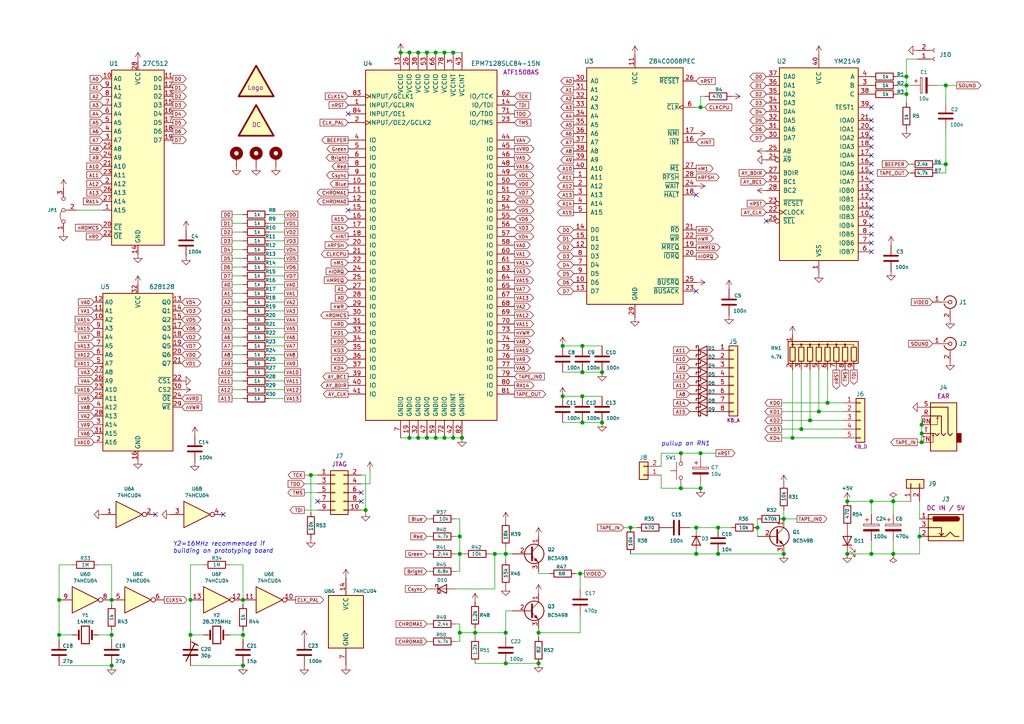
<source format=kicad_sch>
(kicad_sch (version 20211123) (generator eeschema)
  (paper "A4")
  (title_block (title "ZX-SIZIF-128") (date "2022-07-09") (rev "C1") (company "Eugene Lozovoy") (comment 4 "Easy-to-build minimalistic ZX Spectrum 128K clone with Pentagon timings"))
  (junction (at 55.245 173.99) (diameter 1.016))
  (junction (at 131.445 15.24) (diameter 1.016))
  (junction (at 118.745 15.24) (diameter 1.016))
  (junction (at 262.89 24.765) (diameter 1.016))
  (junction (at 32.385 184.15) (diameter 1.016))
  (junction (at 208.28 160.655) (diameter 1.016))
  (junction (at 116.205 15.24) (diameter 1.016))
  (junction (at 70.485 193.04) (diameter 1.016))
  (junction (at 267.335 128.27) (diameter 1.016))
  (junction (at 168.275 166.37) (diameter 1.016))
  (junction (at 197.485 141.605) (diameter 1.016))
  (junction (at 168.91 114.935) (diameter 1.016))
  (junction (at 128.905 15.24) (diameter 1.016))
  (junction (at 146.685 160.655) (diameter 1.016))
  (junction (at 203.2 141.605) (diameter 1.016))
  (junction (at 197.485 131.445) (diameter 1.016))
  (junction (at 262.89 22.225) (diameter 1.016))
  (junction (at 70.485 184.15) (diameter 1.016))
  (junction (at 168.91 122.555) (diameter 1.016))
  (junction (at 163.195 100.33) (diameter 1.016))
  (junction (at 163.195 114.935) (diameter 1.016))
  (junction (at 146.685 192.405) (diameter 1.016))
  (junction (at 174.625 107.95) (diameter 1.016))
  (junction (at 17.145 184.15) (diameter 1.016))
  (junction (at 133.35 160.655) (diameter 1.016))
  (junction (at 208.28 153.035) (diameter 1.016))
  (junction (at 182.88 153.035) (diameter 1.016))
  (junction (at 232.41 124.46) (diameter 1.016))
  (junction (at 252.73 145.415) (diameter 1.016))
  (junction (at 267.335 125.73) (diameter 1.016))
  (junction (at 126.365 15.24) (diameter 1.016))
  (junction (at 274.32 24.765) (diameter 1.016))
  (junction (at 245.745 145.415) (diameter 1.016))
  (junction (at 133.35 155.575) (diameter 1.016))
  (junction (at 168.91 100.33) (diameter 1.016))
  (junction (at 17.145 173.99) (diameter 1.016))
  (junction (at 121.285 15.24) (diameter 1.016))
  (junction (at 156.21 183.515) (diameter 1.016))
  (junction (at 234.95 121.92) (diameter 1.016))
  (junction (at 143.51 160.655) (diameter 1.016))
  (junction (at 70.485 173.99) (diameter 1.016))
  (junction (at 237.49 119.38) (diameter 1.016))
  (junction (at 229.87 127) (diameter 1.016))
  (junction (at 266.7 155.575) (diameter 1.016))
  (junction (at 203.2 131.445) (diameter 1.016))
  (junction (at 123.825 15.24) (diameter 1.016))
  (junction (at 133.985 127) (diameter 1.016))
  (junction (at 118.745 127) (diameter 1.016))
  (junction (at 90.17 137.795) (diameter 1.016))
  (junction (at 126.365 127) (diameter 1.016))
  (junction (at 131.445 127) (diameter 1.016))
  (junction (at 245.745 160.655) (diameter 1.016))
  (junction (at 55.245 184.15) (diameter 1.016))
  (junction (at 274.32 47.625) (diameter 1.016))
  (junction (at 174.625 122.555) (diameter 1.016))
  (junction (at 168.91 107.95) (diameter 1.016))
  (junction (at 259.08 145.415) (diameter 1.016))
  (junction (at 123.825 127) (diameter 1.016))
  (junction (at 259.08 160.655) (diameter 1.016))
  (junction (at 203.2 31.115) (diameter 1.016))
  (junction (at 146.685 183.515) (diameter 1.016))
  (junction (at 240.03 116.84) (diameter 1.016))
  (junction (at 106.045 147.955) (diameter 1.016))
  (junction (at 137.795 183.515) (diameter 1.016))
  (junction (at 201.93 153.035) (diameter 1.016))
  (junction (at 252.73 160.655) (diameter 1.016))
  (junction (at 219.71 153.035) (diameter 1.016))
  (junction (at 156.21 192.405) (diameter 1.016))
  (junction (at 32.385 173.99) (diameter 1.016))
  (junction (at 262.89 27.305) (diameter 1.016))
  (junction (at 121.285 127) (diameter 1.016))
  (junction (at 227.33 160.655) (diameter 1.016))
  (junction (at 133.35 183.515) (diameter 1.016))
  (junction (at 128.905 127) (diameter 1.016))
  (junction (at 201.93 160.655) (diameter 1.016))
  (junction (at 32.385 193.04) (diameter 1.016))
  (junction (at 267.335 123.19) (diameter 1.016))
  (junction (at 227.33 150.495) (diameter 1.016))
  (no_connect (at 252.73 42.545))
  (no_connect (at 92.075 145.415))
  (no_connect (at 252.73 45.085))
  (no_connect (at 252.73 34.925))
  (no_connect (at 201.93 56.515))
  (no_connect (at 252.73 47.625))
  (no_connect (at 222.25 64.135))
  (no_connect (at 201.93 84.455))
  (no_connect (at 252.73 65.405))
  (no_connect (at 104.775 142.875))
  (no_connect (at 252.73 70.485))
  (no_connect (at 252.73 55.245))
  (no_connect (at 252.73 40.005))
  (no_connect (at 252.73 67.945))
  (no_connect (at 252.73 60.325))
  (no_connect (at 252.73 52.705))
  (no_connect (at 252.73 50.165))
  (no_connect (at 104.775 145.415))
  (no_connect (at 64.77 149.225))
  (no_connect (at 252.73 37.465))
  (no_connect (at 45.085 149.225))
  (no_connect (at 252.73 73.025))
  (no_connect (at 252.73 31.115))
  (no_connect (at 100.965 60.96))
  (no_connect (at 252.73 57.785))
  (no_connect (at 252.73 62.865))
  (no_connect (at 100.965 33.02))
  (wire (pts (xy 191.77 141.605) (xy 197.485 141.605)))
  (wire (pts (xy 70.485 74.93) (xy 67.31 74.93)))
  (wire (pts (xy 55.245 184.15) (xy 55.245 173.99)))
  (wire (pts (xy 148.59 160.655) (xy 146.685 160.655)))
  (wire (pts (xy 203.2 27.94) (xy 204.47 27.94)))
  (wire (pts (xy 132.08 155.575) (xy 133.35 155.575)))
  (wire (pts (xy 70.485 105.41) (xy 67.31 105.41)))
  (wire (pts (xy 240.03 116.84) (xy 244.475 116.84)))
  (wire (pts (xy 274.32 47.625) (xy 271.78 47.625)))
  (wire (pts (xy 137.795 192.405) (xy 146.685 192.405)))
  (wire (pts (xy 146.685 192.405) (xy 156.21 192.405)))
  (wire (pts (xy 124.46 170.815) (xy 123.825 170.815)))
  (wire (pts (xy 163.195 100.33) (xy 168.91 100.33)))
  (wire (pts (xy 168.91 100.33) (xy 174.625 100.33)))
  (wire (pts (xy 88.265 142.875) (xy 92.075 142.875)))
  (wire (pts (xy 124.46 155.575) (xy 123.825 155.575)))
  (wire (pts (xy 126.365 15.24) (xy 128.905 15.24)))
  (wire (pts (xy 262.89 22.225) (xy 260.35 22.225)))
  (wire (pts (xy 78.105 64.77) (xy 82.55 64.77)))
  (wire (pts (xy 226.695 124.46) (xy 232.41 124.46)))
  (wire (pts (xy 88.265 147.955) (xy 92.075 147.955)))
  (wire (pts (xy 78.105 97.79) (xy 82.55 97.79)))
  (wire (pts (xy 237.49 119.38) (xy 244.475 119.38)))
  (wire (pts (xy 203.2 31.115) (xy 204.47 31.115)))
  (wire (pts (xy 182.88 160.655) (xy 201.93 160.655)))
  (wire (pts (xy 201.93 160.655) (xy 208.28 160.655)))
  (wire (pts (xy 208.28 160.655) (xy 227.33 160.655)))
  (wire (pts (xy 126.365 127) (xy 123.825 127)))
  (wire (pts (xy 78.105 90.17) (xy 82.55 90.17)))
  (wire (pts (xy 262.89 27.305) (xy 260.35 27.305)))
  (wire (pts (xy 226.695 127) (xy 229.87 127)))
  (wire (pts (xy 245.745 160.655) (xy 252.73 160.655)))
  (wire (pts (xy 32.385 184.15) (xy 32.385 182.88)))
  (wire (pts (xy 156.21 184.785) (xy 156.21 183.515)))
  (wire (pts (xy 70.485 85.09) (xy 67.31 85.09)))
  (wire (pts (xy 234.95 121.92) (xy 234.95 107.315)))
  (wire (pts (xy 104.775 147.955) (xy 106.045 147.955)))
  (wire (pts (xy 259.08 160.655) (xy 266.7 160.655)))
  (wire (pts (xy 219.71 150.495) (xy 219.71 153.035)))
  (wire (pts (xy 116.205 15.24) (xy 118.745 15.24)))
  (wire (pts (xy 78.105 105.41) (xy 82.55 105.41)))
  (wire (pts (xy 70.485 184.15) (xy 70.485 182.88)))
  (wire (pts (xy 104.775 137.795) (xy 106.045 137.795)))
  (wire (pts (xy 78.105 80.01) (xy 82.55 80.01)))
  (wire (pts (xy 123.825 186.055) (xy 124.46 186.055)))
  (wire (pts (xy 67.31 100.33) (xy 70.485 100.33)))
  (wire (pts (xy 78.105 77.47) (xy 82.55 77.47)))
  (wire (pts (xy 67.31 115.57) (xy 70.485 115.57)))
  (wire (pts (xy 123.825 160.655) (xy 124.46 160.655)))
  (wire (pts (xy 20.955 163.83) (xy 17.145 163.83)))
  (wire (pts (xy 168.275 166.37) (xy 169.545 166.37)))
  (wire (pts (xy 32.385 163.83) (xy 32.385 173.99)))
  (wire (pts (xy 264.16 145.415) (xy 259.08 145.415)))
  (wire (pts (xy 226.695 119.38) (xy 237.49 119.38)))
  (wire (pts (xy 156.21 183.515) (xy 156.21 182.245)))
  (wire (pts (xy 137.795 182.245) (xy 137.795 183.515)))
  (wire (pts (xy 66.675 184.15) (xy 70.485 184.15)))
  (wire (pts (xy 229.87 107.315) (xy 229.87 127)))
  (wire (pts (xy 67.31 64.77) (xy 70.485 64.77)))
  (wire (pts (xy 118.745 127) (xy 116.205 127)))
  (wire (pts (xy 133.35 150.495) (xy 133.35 155.575)))
  (wire (pts (xy 146.685 158.75) (xy 146.685 160.655)))
  (wire (pts (xy 59.055 184.15) (xy 55.245 184.15)))
  (wire (pts (xy 59.055 163.83) (xy 55.245 163.83)))
  (wire (pts (xy 146.685 160.655) (xy 146.685 162.56)))
  (wire (pts (xy 203.2 140.335) (xy 203.2 141.605)))
  (wire (pts (xy 260.35 24.765) (xy 262.89 24.765)))
  (wire (pts (xy 128.905 127) (xy 126.365 127)))
  (wire (pts (xy 207.645 131.445) (xy 203.2 131.445)))
  (wire (pts (xy 245.745 145.415) (xy 252.73 145.415)))
  (wire (pts (xy 252.73 160.655) (xy 259.08 160.655)))
  (wire (pts (xy 107.315 136.525) (xy 107.315 140.335)))
  (wire (pts (xy 148.59 177.165) (xy 146.685 177.165)))
  (wire (pts (xy 271.78 24.765) (xy 274.32 24.765)))
  (wire (pts (xy 137.795 183.515) (xy 133.35 183.515)))
  (wire (pts (xy 67.31 87.63) (xy 70.485 87.63)))
  (wire (pts (xy 123.825 15.24) (xy 126.365 15.24)))
  (wire (pts (xy 22.225 60.96) (xy 29.845 60.96)))
  (wire (pts (xy 226.695 121.92) (xy 234.95 121.92)))
  (wire (pts (xy 132.08 160.655) (xy 133.35 160.655)))
  (wire (pts (xy 70.485 80.01) (xy 67.31 80.01)))
  (wire (pts (xy 78.105 87.63) (xy 82.55 87.63)))
  (wire (pts (xy 70.485 175.26) (xy 70.485 173.99)))
  (wire (pts (xy 143.51 170.815) (xy 143.51 160.655)))
  (wire (pts (xy 78.105 102.87) (xy 82.55 102.87)))
  (wire (pts (xy 67.31 102.87) (xy 70.485 102.87)))
  (wire (pts (xy 106.045 137.795) (xy 106.045 147.955)))
  (wire (pts (xy 55.245 163.83) (xy 55.245 173.99)))
  (wire (pts (xy 201.93 31.115) (xy 203.2 31.115)))
  (wire (pts (xy 70.485 173.99) (xy 70.485 163.83)))
  (wire (pts (xy 252.73 145.415) (xy 259.08 145.415)))
  (wire (pts (xy 274.32 29.845) (xy 274.32 24.765)))
  (wire (pts (xy 156.21 183.515) (xy 168.275 183.515)))
  (wire (pts (xy 146.685 183.515) (xy 137.795 183.515)))
  (wire (pts (xy 146.685 184.785) (xy 146.685 183.515)))
  (wire (pts (xy 70.485 62.23) (xy 67.31 62.23)))
  (wire (pts (xy 123.825 127) (xy 121.285 127)))
  (wire (pts (xy 227.33 147.955) (xy 227.33 150.495)))
  (wire (pts (xy 266.065 128.27) (xy 267.335 128.27)))
  (wire (pts (xy 106.045 147.955) (xy 106.045 148.59)))
  (wire (pts (xy 78.105 69.85) (xy 82.55 69.85)))
  (wire (pts (xy 67.31 67.31) (xy 70.485 67.31)))
  (wire (pts (xy 231.14 150.495) (xy 227.33 150.495)))
  (wire (pts (xy 262.89 29.845) (xy 262.89 27.305)))
  (wire (pts (xy 133.985 127) (xy 131.445 127)))
  (wire (pts (xy 156.21 166.37) (xy 156.21 165.735)))
  (wire (pts (xy 133.35 160.655) (xy 134.62 160.655)))
  (wire (pts (xy 232.41 124.46) (xy 244.475 124.46)))
  (wire (pts (xy 17.145 184.15) (xy 20.955 184.15)))
  (wire (pts (xy 67.31 82.55) (xy 70.485 82.55)))
  (wire (pts (xy 274.32 37.465) (xy 274.32 47.625)))
  (wire (pts (xy 128.905 15.24) (xy 131.445 15.24)))
  (wire (pts (xy 17.145 193.04) (xy 32.385 193.04)))
  (wire (pts (xy 271.78 50.165) (xy 274.32 50.165)))
  (wire (pts (xy 67.31 107.95) (xy 70.485 107.95)))
  (wire (pts (xy 156.21 166.37) (xy 159.385 166.37)))
  (wire (pts (xy 32.385 184.15) (xy 32.385 185.42)))
  (wire (pts (xy 259.08 149.225) (xy 259.08 145.415)))
  (wire (pts (xy 163.195 122.555) (xy 168.91 122.555)))
  (wire (pts (xy 168.91 122.555) (xy 174.625 122.555)))
  (wire (pts (xy 88.265 140.335) (xy 92.075 140.335)))
  (wire (pts (xy 131.445 127) (xy 128.905 127)))
  (wire (pts (xy 17.145 173.99) (xy 17.145 184.15)))
  (wire (pts (xy 55.245 193.04) (xy 70.485 193.04)))
  (wire (pts (xy 28.575 163.83) (xy 32.385 163.83)))
  (wire (pts (xy 78.105 110.49) (xy 82.55 110.49)))
  (wire (pts (xy 78.105 72.39) (xy 82.55 72.39)))
  (wire (pts (xy 137.795 183.515) (xy 137.795 184.785)))
  (wire (pts (xy 124.46 180.975) (xy 123.825 180.975)))
  (wire (pts (xy 70.485 90.17) (xy 67.31 90.17)))
  (wire (pts (xy 67.31 69.85) (xy 70.485 69.85)))
  (wire (pts (xy 234.95 121.92) (xy 244.475 121.92)))
  (wire (pts (xy 78.105 74.93) (xy 82.55 74.93)))
  (wire (pts (xy 229.87 127) (xy 244.475 127)))
  (wire (pts (xy 78.105 113.03) (xy 82.55 113.03)))
  (wire (pts (xy 203.2 141.605) (xy 197.485 141.605)))
  (wire (pts (xy 266.7 145.415) (xy 266.7 150.495)))
  (wire (pts (xy 240.03 107.315) (xy 240.03 116.84)))
  (wire (pts (xy 121.285 15.24) (xy 123.825 15.24)))
  (wire (pts (xy 121.285 127) (xy 118.745 127)))
  (wire (pts (xy 132.08 186.055) (xy 133.35 186.055)))
  (wire (pts (xy 259.08 156.845) (xy 259.08 160.655)))
  (wire (pts (xy 17.145 163.83) (xy 17.145 173.99)))
  (wire (pts (xy 262.89 27.305) (xy 262.89 24.765)))
  (wire (pts (xy 78.105 115.57) (xy 82.55 115.57)))
  (wire (pts (xy 263.525 47.625) (xy 264.16 47.625)))
  (wire (pts (xy 78.105 67.31) (xy 82.55 67.31)))
  (wire (pts (xy 252.73 149.225) (xy 252.73 145.415)))
  (wire (pts (xy 274.32 24.765) (xy 277.495 24.765)))
  (wire (pts (xy 67.31 72.39) (xy 70.485 72.39)))
  (wire (pts (xy 168.275 170.815) (xy 168.275 166.37)))
  (wire (pts (xy 142.24 160.655) (xy 143.51 160.655)))
  (wire (pts (xy 133.35 183.515) (xy 133.35 186.055)))
  (wire (pts (xy 78.105 100.33) (xy 82.55 100.33)))
  (wire (pts (xy 168.275 183.515) (xy 168.275 178.435)))
  (wire (pts (xy 168.275 166.37) (xy 167.005 166.37)))
  (wire (pts (xy 267.335 123.19) (xy 267.335 125.73)))
  (wire (pts (xy 132.08 150.495) (xy 133.35 150.495)))
  (wire (pts (xy 70.485 110.49) (xy 67.31 110.49)))
  (wire (pts (xy 67.31 77.47) (xy 70.485 77.47)))
  (wire (pts (xy 219.71 153.035) (xy 219.71 155.575)))
  (wire (pts (xy 132.08 170.815) (xy 143.51 170.815)))
  (wire (pts (xy 17.145 184.15) (xy 17.145 185.42)))
  (wire (pts (xy 262.89 24.765) (xy 264.16 24.765)))
  (wire (pts (xy 197.485 131.445) (xy 203.2 131.445)))
  (wire (pts (xy 133.35 160.655) (xy 133.35 165.735)))
  (wire (pts (xy 203.2 31.115) (xy 203.2 27.94)))
  (wire (pts (xy 32.385 175.26) (xy 32.385 173.99)))
  (wire (pts (xy 131.445 15.24) (xy 133.985 15.24)))
  (wire (pts (xy 262.89 24.765) (xy 262.89 22.225)))
  (wire (pts (xy 67.31 97.79) (xy 70.485 97.79)))
  (wire (pts (xy 90.17 148.59) (xy 90.17 137.795)))
  (wire (pts (xy 70.485 163.83) (xy 66.675 163.83)))
  (wire (pts (xy 191.77 137.795) (xy 191.77 141.605)))
  (wire (pts (xy 163.195 114.935) (xy 168.91 114.935)))
  (wire (pts (xy 168.91 114.935) (xy 174.625 114.935)))
  (wire (pts (xy 70.485 184.15) (xy 70.485 185.42)))
  (wire (pts (xy 212.09 153.035) (xy 208.28 153.035)))
  (wire (pts (xy 252.73 156.845) (xy 252.73 160.655)))
  (wire (pts (xy 201.93 153.035) (xy 200.025 153.035)))
  (wire (pts (xy 274.32 50.165) (xy 274.32 47.625)))
  (wire (pts (xy 55.245 184.15) (xy 55.245 185.42)))
  (wire (pts (xy 133.35 155.575) (xy 133.35 160.655)))
  (wire (pts (xy 197.485 131.445) (xy 191.77 131.445)))
  (wire (pts (xy 67.31 92.71) (xy 70.485 92.71)))
  (wire (pts (xy 133.35 180.975) (xy 133.35 183.515)))
  (wire (pts (xy 266.7 155.575) (xy 266.7 160.655)))
  (wire (pts (xy 132.08 180.975) (xy 133.35 180.975)))
  (wire (pts (xy 146.685 177.165) (xy 146.685 183.515)))
  (wire (pts (xy 226.695 116.84) (xy 240.03 116.84)))
  (wire (pts (xy 143.51 160.655) (xy 146.685 160.655)))
  (wire (pts (xy 163.195 107.95) (xy 168.91 107.95)))
  (wire (pts (xy 168.91 107.95) (xy 174.625 107.95)))
  (wire (pts (xy 267.335 120.65) (xy 267.335 123.19)))
  (wire (pts (xy 118.745 15.24) (xy 121.285 15.24)))
  (wire (pts (xy 208.28 153.035) (xy 201.93 153.035)))
  (wire (pts (xy 191.77 131.445) (xy 191.77 135.255)))
  (wire (pts (xy 78.105 107.95) (xy 82.55 107.95)))
  (wire (pts (xy 78.105 85.09) (xy 82.55 85.09)))
  (wire (pts (xy 267.335 128.27) (xy 267.335 125.73)))
  (wire (pts (xy 90.17 137.795) (xy 92.075 137.795)))
  (wire (pts (xy 123.825 165.735) (xy 124.46 165.735)))
  (wire (pts (xy 78.105 82.55) (xy 82.55 82.55)))
  (wire (pts (xy 70.485 113.03) (xy 67.31 113.03)))
  (wire (pts (xy 266.7 153.035) (xy 266.7 155.575)))
  (wire (pts (xy 78.105 92.71) (xy 82.55 92.71)))
  (wire (pts (xy 28.575 184.15) (xy 32.385 184.15)))
  (wire (pts (xy 262.89 17.145) (xy 266.065 17.145)))
  (wire (pts (xy 262.89 22.225) (xy 262.89 17.145)))
  (wire (pts (xy 182.88 153.035) (xy 180.975 153.035)))
  (wire (pts (xy 88.265 137.795) (xy 90.17 137.795)))
  (wire (pts (xy 237.49 119.38) (xy 237.49 107.315)))
  (wire (pts (xy 203.2 131.445) (xy 203.2 132.715)))
  (wire (pts (xy 232.41 107.315) (xy 232.41 124.46)))
  (wire (pts (xy 70.485 95.25) (xy 67.31 95.25)))
  (wire (pts (xy 184.785 153.035) (xy 182.88 153.035)))
  (wire (pts (xy 78.105 62.23) (xy 82.55 62.23)))
  (wire (pts (xy 132.08 165.735) (xy 133.35 165.735)))
  (wire (pts (xy 123.825 150.495) (xy 124.46 150.495)))
  (wire (pts (xy 264.16 50.165) (xy 263.525 50.165)))
  (wire (pts (xy 107.315 140.335) (xy 104.775 140.335)))
  (wire (pts (xy 78.105 95.25) (xy 82.55 95.25)))
  (text "Y2=16MHz recommended if\nbuilding on prototyping board" (at 50.165 160.655 0) (effects (font (size 1.27 1.27) italic) (justify left bottom)))
  (text "pullup on RN1" (at 191.77 129.54 0) (effects (font (size 1.27 1.27) italic) (justify left bottom)))
  (global_label "A3" (shape output) (at 166.37 31.115 180) (effects (font (size 1 1))) (property "Intersheet References" "${INTERSHEET_REFS}" (effects hide)))
  (global_label "VA9" (shape input) (at 27.305 123.19 180) (effects (font (size 1 1))) (property "Intersheet References" "${INTERSHEET_REFS}" (effects hide)))
  (global_label "D6" (shape output) (at 50.165 38.1 0) (effects (font (size 1 1))) (property "Intersheet References" "${INTERSHEET_REFS}" (effects hide)))
  (global_label "TMS" (shape output) (at 245.11 107.315 270) (effects (font (size 1 1))) (property "Intersheet References" "${INTERSHEET_REFS}" (effects hide)))
  (global_label "VA8" (shape input) (at 27.305 118.11 180) (effects (font (size 1 1))) (property "Intersheet References" "${INTERSHEET_REFS}" (effects hide)))
  (global_label "D0" (shape bidirectional) (at 222.25 22.225 180) (effects (font (size 1 1))) (property "Intersheet References" "${INTERSHEET_REFS}" (effects hide)))
  (global_label "VD6" (shape passive) (at 82.55 77.47 0) (effects (font (size 1 1))) (property "Intersheet References" "${INTERSHEET_REFS}" (effects hide)))
  (global_label "VA7" (shape input) (at 27.305 97.79 180) (effects (font (size 1 1))) (property "Intersheet References" "${INTERSHEET_REFS}" (effects hide)))
  (global_label "VIDEO" (shape output) (at 169.545 166.37 0) (effects (font (size 1 1))) (property "Intersheet References" "${INTERSHEET_REFS}" (effects hide)))
  (global_label "Green" (shape output) (at 100.965 43.18 180) (effects (font (size 1 1))) (property "Intersheet References" "${INTERSHEET_REFS}" (effects hide)))
  (global_label "A5" (shape input) (at 29.845 35.56 180) (effects (font (size 1 1))) (property "Intersheet References" "${INTERSHEET_REFS}" (effects hide)))
  (global_label "VA12" (shape input) (at 27.305 102.87 180) (effects (font (size 1 1))) (property "Intersheet References" "${INTERSHEET_REFS}" (effects hide)))
  (global_label "A9" (shape input) (at 200.025 106.68 180) (effects (font (size 1 1))) (property "Intersheet References" "${INTERSHEET_REFS}" (effects hide)))
  (global_label "VA16" (shape input) (at 27.305 113.03 180) (effects (font (size 1 1))) (property "Intersheet References" "${INTERSHEET_REFS}" (effects hide)))
  (global_label "A5" (shape passive) (at 67.31 95.25 180) (effects (font (size 1 1))) (property "Intersheet References" "${INTERSHEET_REFS}" (effects hide)))
  (global_label "A0" (shape input) (at 29.845 22.86 180) (effects (font (size 1 1))) (property "Intersheet References" "${INTERSHEET_REFS}" (effects hide)))
  (global_label "CLKCPU" (shape input) (at 204.47 31.115 0) (effects (font (size 1 1))) (property "Intersheet References" "${INTERSHEET_REFS}" (effects hide)))
  (global_label "nMREQ" (shape input) (at 100.965 81.28 180) (effects (font (size 1 1))) (property "Intersheet References" "${INTERSHEET_REFS}" (effects hide)))
  (global_label "AY_CLK" (shape input) (at 222.25 61.595 180) (effects (font (size 1 1))) (property "Intersheet References" "${INTERSHEET_REFS}" (effects hide)))
  (global_label "TAPE_OUT" (shape output) (at 149.225 114.3 0) (effects (font (size 1 1))) (property "Intersheet References" "${INTERSHEET_REFS}" (effects hide)))
  (global_label "A10" (shape input) (at 200.025 104.14 180) (effects (font (size 1 1))) (property "Intersheet References" "${INTERSHEET_REFS}" (effects hide)))
  (global_label "VD5" (shape passive) (at 82.55 74.93 0) (effects (font (size 1 1))) (property "Intersheet References" "${INTERSHEET_REFS}" (effects hide)))
  (global_label "CHROMA0" (shape output) (at 100.965 58.42 180) (effects (font (size 1 1))) (property "Intersheet References" "${INTERSHEET_REFS}" (effects hide)))
  (global_label "TDO" (shape input) (at 88.265 140.335 180) (effects (font (size 1 1))) (property "Intersheet References" "${INTERSHEET_REFS}" (effects hide)))
  (global_label "RA14" (shape output) (at 149.225 111.76 0) (effects (font (size 1 1))) (property "Intersheet References" "${INTERSHEET_REFS}" (effects hide)))
  (global_label "A11" (shape input) (at 29.845 50.8 180) (effects (font (size 1 1))) (property "Intersheet References" "${INTERSHEET_REFS}" (effects hide)))
  (global_label "VA0" (shape input) (at 27.305 87.63 180) (effects (font (size 1 1))) (property "Intersheet References" "${INTERSHEET_REFS}" (effects hide)))
  (global_label "CHROMA0" (shape input) (at 123.825 186.055 180) (effects (font (size 1 1))) (property "Intersheet References" "${INTERSHEET_REFS}" (effects hide)))
  (global_label "nRD" (shape output) (at 201.93 66.675 0) (effects (font (size 1 1))) (property "Intersheet References" "${INTERSHEET_REFS}" (effects hide)))
  (global_label "D1" (shape passive) (at 67.31 64.77 180) (effects (font (size 1 1))) (property "Intersheet References" "${INTERSHEET_REFS}" (effects hide)))
  (global_label "A0" (shape passive) (at 67.31 82.55 180) (effects (font (size 1 1))) (property "Intersheet References" "${INTERSHEET_REFS}" (effects hide)))
  (global_label "nVRD" (shape input) (at 52.705 115.57 0) (effects (font (size 1 1))) (property "Intersheet References" "${INTERSHEET_REFS}" (effects hide)))
  (global_label "D0" (shape output) (at 50.165 22.86 0) (effects (font (size 1 1))) (property "Intersheet References" "${INTERSHEET_REFS}" (effects hide)))
  (global_label "nM1" (shape input) (at 100.965 76.2 180) (effects (font (size 1 1))) (property "Intersheet References" "${INTERSHEET_REFS}" (effects hide)))
  (global_label "VD3" (shape bidirectional) (at 52.705 90.17 0) (effects (font (size 1 1))) (property "Intersheet References" "${INTERSHEET_REFS}" (effects hide)))
  (global_label "VA10" (shape passive) (at 82.55 107.95 0) (effects (font (size 1 1))) (property "Intersheet References" "${INTERSHEET_REFS}" (effects hide)))
  (global_label "Blue" (shape input) (at 123.825 150.495 180) (effects (font (size 1 1))) (property "Intersheet References" "${INTERSHEET_REFS}" (effects hide)))
  (global_label "A12" (shape input) (at 29.845 53.34 180) (effects (font (size 1 1))) (property "Intersheet References" "${INTERSHEET_REFS}" (effects hide)))
  (global_label "Bright" (shape output) (at 100.965 45.72 180) (effects (font (size 1 1))) (property "Intersheet References" "${INTERSHEET_REFS}" (effects hide)))
  (global_label "VA9" (shape output) (at 149.225 104.14 0) (effects (font (size 1 1))) (property "Intersheet References" "${INTERSHEET_REFS}" (effects hide)))
  (global_label "VA11" (shape output) (at 149.225 93.98 0) (effects (font (size 1 1))) (property "Intersheet References" "${INTERSHEET_REFS}" (effects hide)))
  (global_label "TMS" (shape input) (at 149.225 35.56 0) (effects (font (size 1 1))) (property "Intersheet References" "${INTERSHEET_REFS}" (effects hide)))
  (global_label "A8" (shape passive) (at 67.31 102.87 180) (effects (font (size 1 1))) (property "Intersheet References" "${INTERSHEET_REFS}" (effects hide)))
  (global_label "VD2" (shape bidirectional) (at 52.705 97.79 0) (effects (font (size 1 1))) (property "Intersheet References" "${INTERSHEET_REFS}" (effects hide)))
  (global_label "TCK" (shape output) (at 88.265 137.795 180) (effects (font (size 1 1))) (property "Intersheet References" "${INTERSHEET_REFS}" (effects hide)))
  (global_label "nRST" (shape output) (at 242.57 107.315 270) (effects (font (size 1 1))) (property "Intersheet References" "${INTERSHEET_REFS}" (effects hide)))
  (global_label "VA14" (shape input) (at 27.305 92.71 180) (effects (font (size 1 1))) (property "Intersheet References" "${INTERSHEET_REFS}" (effects hide)))
  (global_label "A0" (shape input) (at 100.965 86.36 180) (effects (font (size 1 1))) (property "Intersheet References" "${INTERSHEET_REFS}" (effects hide)))
  (global_label "nIORQ" (shape input) (at 100.965 78.74 180) (effects (font (size 1 1))) (property "Intersheet References" "${INTERSHEET_REFS}" (effects hide)))
  (global_label "A5" (shape output) (at 166.37 36.195 180) (effects (font (size 1 1))) (property "Intersheet References" "${INTERSHEET_REFS}" (effects hide)))
  (global_label "A2" (shape output) (at 166.37 28.575 180) (effects (font (size 1 1))) (property "Intersheet References" "${INTERSHEET_REFS}" (effects hide)))
  (global_label "AY_CLK" (shape output) (at 100.965 114.3 180) (effects (font (size 1 1))) (property "Intersheet References" "${INTERSHEET_REFS}" (effects hide)))
  (global_label "AY_BDIR" (shape output) (at 100.965 111.76 180) (effects (font (size 1 1))) (property "Intersheet References" "${INTERSHEET_REFS}" (effects hide)))
  (global_label "VA1" (shape input) (at 27.305 90.17 180) (effects (font (size 1 1))) (property "Intersheet References" "${INTERSHEET_REFS}" (effects hide)))
  (global_label "D3" (shape bidirectional) (at 166.37 74.295 180) (effects (font (size 1 1))) (property "Intersheet References" "${INTERSHEET_REFS}" (effects hide)))
  (global_label "TAPE_OUT" (shape input) (at 263.525 50.165 180) (effects (font (size 1 1))) (property "Intersheet References" "${INTERSHEET_REFS}" (effects hide)))
  (global_label "VA13" (shape output) (at 149.225 86.36 0) (effects (font (size 1 1))) (property "Intersheet References" "${INTERSHEET_REFS}" (effects hide)))
  (global_label "D7" (shape bidirectional) (at 222.25 40.005 180) (effects (font (size 1 1))) (property "Intersheet References" "${INTERSHEET_REFS}" (effects hide)))
  (global_label "A13" (shape input) (at 29.845 55.88 180) (effects (font (size 1 1))) (property "Intersheet References" "${INTERSHEET_REFS}" (effects hide)))
  (global_label "CLK_PAL" (shape output) (at 85.725 173.99 0) (effects (font (size 1 1))) (property "Intersheet References" "${INTERSHEET_REFS}" (effects hide)))
  (global_label "VD7" (shape bidirectional) (at 52.705 100.33 0) (effects (font (size 1 1))) (property "Intersheet References" "${INTERSHEET_REFS}" (effects hide)))
  (global_label "VA7" (shape passive) (at 82.55 100.33 0) (effects (font (size 1 1))) (property "Intersheet References" "${INTERSHEET_REFS}" (effects hide)))
  (global_label "A14" (shape output) (at 166.37 59.055 180) (effects (font (size 1 1))) (property "Intersheet References" "${INTERSHEET_REFS}" (effects hide)))
  (global_label "VA11" (shape passive) (at 82.55 110.49 0) (effects (font (size 1 1))) (property "Intersheet References" "${INTERSHEET_REFS}" (effects hide)))
  (global_label "VA12" (shape passive) (at 82.55 113.03 0) (effects (font (size 1 1))) (property "Intersheet References" "${INTERSHEET_REFS}" (effects hide)))
  (global_label "nROMCS" (shape output) (at 100.965 91.44 180) (effects (font (size 1 1))) (property "Intersheet References" "${INTERSHEET_REFS}" (effects hide)))
  (global_label "A10" (shape input) (at 29.845 48.26 180) (effects (font (size 1 1))) (property "Intersheet References" "${INTERSHEET_REFS}" (effects hide)))
  (global_label "A12" (shape passive) (at 67.31 113.03 180) (effects (font (size 1 1))) (property "Intersheet References" "${INTERSHEET_REFS}" (effects hide)))
  (global_label "D2" (shape bidirectional) (at 222.25 27.305 180) (effects (font (size 1 1))) (property "Intersheet References" "${INTERSHEET_REFS}" (effects hide)))
  (global_label "A6" (shape input) (at 29.845 38.1 180) (effects (font (size 1 1))) (property "Intersheet References" "${INTERSHEET_REFS}" (effects hide)))
  (global_label "VA8" (shape passive) (at 82.55 102.87 0) (effects (font (size 1 1))) (property "Intersheet References" "${INTERSHEET_REFS}" (effects hide)))
  (global_label "KD3" (shape input) (at 100.965 101.6 180) (effects (font (size 1 1))) (property "Intersheet References" "${INTERSHEET_REFS}" (effects hide)))
  (global_label "VA0" (shape passive) (at 82.55 82.55 0) (effects (font (size 1 1))) (property "Intersheet References" "${INTERSHEET_REFS}" (effects hide)))
  (global_label "AY_BC1" (shape output) (at 100.965 109.22 180) (effects (font (size 1 1))) (property "Intersheet References" "${INTERSHEET_REFS}" (effects hide)))
  (global_label "nVWR" (shape input) (at 52.705 118.11 0) (effects (font (size 1 1))) (property "Intersheet References" "${INTERSHEET_REFS}" (effects hide)))
  (global_label "Red" (shape input) (at 123.825 155.575 180) (effects (font (size 1 1))) (property "Intersheet References" "${INTERSHEET_REFS}" (effects hide)))
  (global_label "VD6" (shape bidirectional) (at 149.225 63.5 0) (effects (font (size 1 1))) (property "Intersheet References" "${INTERSHEET_REFS}" (effects hide)))
  (global_label "VD1" (shape bidirectional) (at 149.225 50.8 0) (effects (font (size 1 1))) (property "Intersheet References" "${INTERSHEET_REFS}" (effects hide)))
  (global_label "A8" (shape input) (at 29.845 43.18 180) (effects (font (size 1 1))) (property "Intersheet References" "${INTERSHEET_REFS}" (effects hide)))
  (global_label "VA3" (shape input) (at 27.305 107.95 180) (effects (font (size 1 1))) (property "Intersheet References" "${INTERSHEET_REFS}" (effects hide)))
  (global_label "A9" (shape input) (at 29.845 45.72 180) (effects (font (size 1 1))) (property "Intersheet References" "${INTERSHEET_REFS}" (effects hide)))
  (global_label "VD0" (shape passive) (at 82.55 62.23 0) (effects (font (size 1 1))) (property "Intersheet References" "${INTERSHEET_REFS}" (effects hide)))
  (global_label "TDI" (shape input) (at 149.225 30.48 0) (effects (font (size 1 1))) (property "Intersheet References" "${INTERSHEET_REFS}" (effects hide)))
  (global_label "A9" (shape output) (at 166.37 46.355 180) (effects (font (size 1 1))) (property "Intersheet References" "${INTERSHEET_REFS}" (effects hide)))
  (global_label "VA10" (shape input) (at 27.305 128.27 180) (effects (font (size 1 1))) (property "Intersheet References" "${INTERSHEET_REFS}" (effects hide)))
  (global_label "D2" (shape bidirectional) (at 166.37 71.755 180) (effects (font (size 1 1))) (property "Intersheet References" "${INTERSHEET_REFS}" (effects hide)))
  (global_label "VA9" (shape passive) (at 82.55 105.41 0) (effects (font (size 1 1))) (property "Intersheet References" "${INTERSHEET_REFS}" (effects hide)))
  (global_label "A11" (shape input) (at 200.025 101.6 180) (effects (font (size 1 1))) (property "Intersheet References" "${INTERSHEET_REFS}" (effects hide)))
  (global_label "TMS" (shape output) (at 88.265 142.875 180) (effects (font (size 1 1))) (property "Intersheet References" "${INTERSHEET_REFS}" (effects hide)))
  (global_label "D6" (shape passive) (at 67.31 77.47 180) (effects (font (size 1 1))) (property "Intersheet References" "${INTERSHEET_REFS}" (effects hide)))
  (global_label "D1" (shape output) (at 50.165 25.4 0) (effects (font (size 1 1))) (property "Intersheet References" "${INTERSHEET_REFS}" (effects hide)))
  (global_label "VA2" (shape passive) (at 82.55 87.63 0) (effects (font (size 1 1))) (property "Intersheet References" "${INTERSHEET_REFS}" (effects hide)))
  (global_label "VD4" (shape passive) (at 82.55 72.39 0) (effects (font (size 1 1))) (property "Intersheet References" "${INTERSHEET_REFS}" (effects hide)))
  (global_label "TDI" (shape output) (at 247.65 107.315 270) (effects (font (size 1 1))) (property "Intersheet References" "${INTERSHEET_REFS}" (effects hide)))
  (global_label "D0" (shape bidirectional) (at 166.37 66.675 180) (effects (font (size 1 1))) (property "Intersheet References" "${INTERSHEET_REFS}" (effects hide)))
  (global_label "VA4" (shape output) (at 149.225 40.64 0) (effects (font (size 1 1))) (property "Intersheet References" "${INTERSHEET_REFS}" (effects hide)))
  (global_label "A1" (shape output) (at 166.37 26.035 180) (effects (font (size 1 1))) (property "Intersheet References" "${INTERSHEET_REFS}" (effects hide)))
  (global_label "D6" (shape bidirectional) (at 166.37 81.915 180) (effects (font (size 1 1))) (property "Intersheet References" "${INTERSHEET_REFS}" (effects hide)))
  (global_label "TDO" (shape output) (at 149.225 33.02 0) (effects (font (size 1 1))) (property "Intersheet References" "${INTERSHEET_REFS}" (effects hide)))
  (global_label "A1" (shape input) (at 100.965 83.82 180) (effects (font (size 1 1))) (property "Intersheet References" "${INTERSHEET_REFS}" (effects hide)))
  (global_label "A7" (shape output) (at 166.37 41.275 180) (effects (font (size 1 1))) (property "Intersheet References" "${INTERSHEET_REFS}" (effects hide)))
  (global_label "nVWR" (shape output) (at 149.225 96.52 0) (effects (font (size 1 1))) (property "Intersheet References" "${INTERSHEET_REFS}" (effects hide)))
  (global_label "nINT" (shape output) (at 100.965 68.58 180) (effects (font (size 1 1))) (property "Intersheet References" "${INTERSHEET_REFS}" (effects hide)))
  (global_label "A3" (shape passive) (at 67.31 90.17 180) (effects (font (size 1 1))) (property "Intersheet References" "${INTERSHEET_REFS}" (effects hide)))
  (global_label "nMREQ" (shape output) (at 201.93 71.755 0) (effects (font (size 1 1))) (property "Intersheet References" "${INTERSHEET_REFS}" (effects hide)))
  (global_label "D3" (shape passive) (at 67.31 69.85 180) (effects (font (size 1 1))) (property "Intersheet References" "${INTERSHEET_REFS}" (effects hide)))
  (global_label "VA3" (shape output) (at 149.225 78.74 0) (effects (font (size 1 1))) (property "Intersheet References" "${INTERSHEET_REFS}" (effects hide)))
  (global_label "nRFSH" (shape output) (at 201.93 51.435 0) (effects (font (size 1 1))) (property "Intersheet References" "${INTERSHEET_REFS}" (effects hide)))
  (global_label "CLK14" (shape input) (at 100.965 27.94 180) (effects (font (size 1 1))) (property "Intersheet References" "${INTERSHEET_REFS}" (effects hide)))
  (global_label "A8" (shape input) (at 200.025 114.3 180) (effects (font (size 1 1))) (property "Intersheet References" "${INTERSHEET_REFS}" (effects hide)))
  (global_label "VD6" (shape bidirectional) (at 52.705 95.25 0) (effects (font (size 1 1))) (property "Intersheet References" "${INTERSHEET_REFS}" (effects hide)))
  (global_label "D0" (shape passive) (at 67.31 62.23 180) (effects (font (size 1 1))) (property "Intersheet References" "${INTERSHEET_REFS}" (effects hide)))
  (global_label "TAPE_IN0" (shape output) (at 231.14 150.495 0) (effects (font (size 1 1))) (property "Intersheet References" "${INTERSHEET_REFS}" (effects hide)))
  (global_label "nRST" (shape input) (at 100.965 30.48 180) (effects (font (size 1 1))) (property "Intersheet References" "${INTERSHEET_REFS}" (effects hide)))
  (global_label "CLKCPU" (shape output) (at 100.965 73.66 180) (effects (font (size 1 1))) (property "Intersheet References" "${INTERSHEET_REFS}" (effects hide)))
  (global_label "VA6" (shape passive) (at 82.55 97.79 0) (effects (font (size 1 1))) (property "Intersheet References" "${INTERSHEET_REFS}" (effects hide)))
  (global_label "nRST" (shape input) (at 201.93 23.495 0) (effects (font (size 1 1))) (property "Intersheet References" "${INTERSHEET_REFS}" (effects hide)))
  (global_label "VD3" (shape passive) (at 82.55 69.85 0) (effects (font (size 1 1))) (property "Intersheet References" "${INTERSHEET_REFS}" (effects hide)))
  (global_label "KD3" (shape output) (at 226.695 124.46 180) (effects (font (size 1 1))) (property "Intersheet References" "${INTERSHEET_REFS}" (effects hide)))
  (global_label "D5" (shape bidirectional) (at 222.25 34.925 180) (effects (font (size 1 1))) (property "Intersheet References" "${INTERSHEET_REFS}" (effects hide)))
  (global_label "VIDEO" (shape input) (at 270.51 87.63 180) (effects (font (size 1 1))) (property "Intersheet References" "${INTERSHEET_REFS}" (effects hide)))
  (global_label "Blue" (shape output) (at 100.965 53.34 180) (effects (font (size 1 1))) (property "Intersheet References" "${INTERSHEET_REFS}" (effects hide)))
  (global_label "BEEPER" (shape output) (at 100.965 40.64 180) (effects (font (size 1 1))) (property "Intersheet References" "${INTERSHEET_REFS}" (effects hide)))
  (global_label "A6" (shape output) (at 166.37 38.735 180) (effects (font (size 1 1))) (property "Intersheet References" "${INTERSHEET_REFS}" (effects hide)))
  (global_label "TAPE_IN" (shape input) (at 180.975 153.035 180) (effects (font (size 1 1))) (property "Intersheet References" "${INTERSHEET_REFS}" (effects hide)))
  (global_label "nWR" (shape output) (at 201.93 69.215 0) (effects (font (size 1 1))) (property "Intersheet References" "${INTERSHEET_REFS}" (effects hide)))
  (global_label "VD3" (shape bidirectional) (at 149.225 66.04 0) (effects (font (size 1 1))) (property "Intersheet References" "${INTERSHEET_REFS}" (effects hide)))
  (global_label "KD4" (shape output) (at 226.695 127 180) (effects (font (size 1 1))) (property "Intersheet References" "${INTERSHEET_REFS}" (effects hide)))
  (global_label "A2" (shape input) (at 29.845 27.94 180) (effects (font (size 1 1))) (property "Intersheet References" "${INTERSHEET_REFS}" (effects hide)))
  (global_label "D5" (shape bidirectional) (at 166.37 79.375 180) (effects (font (size 1 1))) (property "Intersheet References" "${INTERSHEET_REFS}" (effects hide)))
  (global_label "KD1" (shape output) (at 226.695 119.38 180) (effects (font (size 1 1))) (property "Intersheet References" "${INTERSHEET_REFS}" (effects hide)))
  (global_label "Bright" (shape input) (at 123.825 165.735 180) (effects (font (size 1 1))) (property "Intersheet References" "${INTERSHEET_REFS}" (effects hide)))
  (global_label "D7" (shape bidirectional) (at 166.37 84.455 180) (effects (font (size 1 1))) (property "Intersheet References" "${INTERSHEET_REFS}" (effects hide)))
  (global_label "VD5" (shape bidirectional) (at 149.225 60.96 0) (effects (font (size 1 1))) (property "Intersheet References" "${INTERSHEET_REFS}" (effects hide)))
  (global_label "A14" (shape input) (at 200.025 116.84 180) (effects (font (size 1 1))) (property "Intersheet References" "${INTERSHEET_REFS}" (effects hide)))
  (global_label "D4" (shape bidirectional) (at 222.25 32.385 180) (effects (font (size 1 1))) (property "Intersheet References" "${INTERSHEET_REFS}" (effects hide)))
  (global_label "VA4" (shape input) (at 27.305 110.49 180) (effects (font (size 1 1))) (property "Intersheet References" "${INTERSHEET_REFS}" (effects hide)))
  (global_label "nWR" (shape input) (at 100.965 88.9 180) (effects (font (size 1 1))) (property "Intersheet References" "${INTERSHEET_REFS}" (effects hide)))
  (global_label "nINT" (shape input) (at 201.93 41.275 0) (effects (font (size 1 1))) (property "Intersheet References" "${INTERSHEET_REFS}" (effects hide)))
  (global_label "KD1" (shape input) (at 100.965 96.52 180) (effects (font (size 1 1))) (property "Intersheet References" "${INTERSHEET_REFS}" (effects hide)))
  (global_label "VD1" (shape passive) (at 82.55 64.77 0) (effects (font (size 1 1))) (property "Intersheet References" "${INTERSHEET_REFS}" (effects hide)))
  (global_label "A10" (shape passive) (at 67.31 107.95 180) (effects (font (size 1 1))) (property "Intersheet References" "${INTERSHEET_REFS}" (effects hide)))
  (global_label "RA14" (shape input) (at 29.845 58.42 180) (effects (font (size 1 1))) (property "Intersheet References" "${INTERSHEET_REFS}" (effects hide)))
  (global_label "A2" (shape passive) (at 67.31 87.63 180) (effects (font (size 1 1))) (property "Intersheet References" "${INTERSHEET_REFS}" (effects hide)))
  (global_label "VA10" (shape output) (at 149.225 101.6 0) (effects (font (size 1 1))) (property "Intersheet References" "${INTERSHEET_REFS}" (effects hide)))
  (global_label "A7" (shape passive) (at 67.31 100.33 180) (effects (font (size 1 1))) (property "Intersheet References" "${INTERSHEET_REFS}" (effects hide)))
  (global_label "VD2" (shape passive) (at 82.55 67.31 0) (effects (font (size 1 1))) (property "Intersheet References" "${INTERSHEET_REFS}" (effects hide)))
  (global_label "D1" (shape bidirectional) (at 222.25 24.765 180) (effects (font (size 1 1))) (property "Intersheet References" "${INTERSHEET_REFS}" (effects hide)))
  (global_label "VA16" (shape output) (at 149.225 48.26 0) (effects (font (size 1 1))) (property "Intersheet References" "${INTERSHEET_REFS}" (effects hide)))
  (global_label "VD0" (shape bidirectional) (at 149.225 53.34 0) (effects (font (size 1 1))) (property "Intersheet References" "${INTERSHEET_REFS}" (effects hide)))
  (global_label "CHROMA1" (shape output) (at 100.965 55.88 180) (effects (font (size 1 1))) (property "Intersheet References" "${INTERSHEET_REFS}" (effects hide)))
  (global_label "A4" (shape output) (at 166.37 33.655 180) (effects (font (size 1 1))) (property "Intersheet References" "${INTERSHEET_REFS}" (effects hide)))
  (global_label "VA4" (shape passive) (at 82.55 92.71 0) (effects (font (size 1 1))) (property "Intersheet References" "${INTERSHEET_REFS}" (effects hide)))
  (global_label "KD4" (shape input) (at 100.965 106.68 180) (effects (font (size 1 1))) (property "Intersheet References" "${INTERSHEET_REFS}" (effects hide)))
  (global_label "nM1" (shape output) (at 201.93 48.895 0) (effects (font (size 1 1))) (property "Intersheet References" "${INTERSHEET_REFS}" (effects hide)))
  (global_label "VA8" (shape output) (at 149.225 99.06 0) (effects (font (size 1 1))) (property "Intersheet References" "${INTERSHEET_REFS}" (effects hide)))
  (global_label "A10" (shape output) (at 166.37 48.895 180) (effects (font (size 1 1))) (property "Intersheet References" "${INTERSHEET_REFS}" (effects hide)))
  (global_label "A14" (shape input) (at 100.965 66.04 180) (effects (font (size 1 1))) (property "Intersheet References" "${INTERSHEET_REFS}" (effects hide)))
  (global_label "AY_BC1" (shape input) (at 222.25 52.705 180) (effects (font (size 1 1))) (property "Intersheet References" "${INTERSHEET_REFS}" (effects hide)))
  (global_label "SOUND" (shape output) (at 277.495 24.765 0) (effects (font (size 1 1))) (property "Intersheet References" "${INTERSHEET_REFS}" (effects hide)))
  (global_label "VA6" (shape input) (at 27.305 125.73 180) (effects (font (size 1 1))) (property "Intersheet References" "${INTERSHEET_REFS}" (effects hide)))
  (global_label "VA12" (shape output) (at 149.225 91.44 0) (effects (font (size 1 1))) (property "Intersheet References" "${INTERSHEET_REFS}" (effects hide)))
  (global_label "SOUND" (shape input) (at 270.51 99.695 180) (effects (font (size 1 1))) (property "Intersheet References" "${INTERSHEET_REFS}" (effects hide)))
  (global_label "D5" (shape passive) (at 67.31 74.93 180) (effects (font (size 1 1))) (property "Intersheet References" "${INTERSHEET_REFS}" (effects hide)))
  (global_label "TDI" (shape output) (at 88.265 147.955 180) (effects (font (size 1 1))) (property "Intersheet References" "${INTERSHEET_REFS}" (effects hide)))
  (global_label "D4" (shape passive) (at 67.31 72.39 180) (effects (font (size 1 1))) (property "Intersheet References" "${INTERSHEET_REFS}" (effects hide)))
  (global_label "CLK_PAL" (shape input) (at 100.965 35.56 180) (effects (font (size 1 1))) (property "Intersheet References" "${INTERSHEET_REFS}" (effects hide)))
  (global_label "VD7" (shape passive) (at 82.55 80.01 0) (effects (font (size 1 1))) (property "Intersheet References" "${INTERSHEET_REFS}" (effects hide)))
  (global_label "VD7" (shape bidirectional) (at 149.225 55.88 0) (effects (font (size 1 1))) (property "Intersheet References" "${INTERSHEET_REFS}" (effects hide)))
  (global_label "D2" (shape passive) (at 67.31 67.31 180) (effects (font (size 1 1))) (property "Intersheet References" "${INTERSHEET_REFS}" (effects hide)))
  (global_label "Csync" (shape input) (at 123.825 170.815 180) (effects (font (size 1 1))) (property "Intersheet References" "${INTERSHEET_REFS}" (effects hide)))
  (global_label "D5" (shape output) (at 50.165 35.56 0) (effects (font (size 1 1))) (property "Intersheet References" "${INTERSHEET_REFS}" (effects hide)))
  (global_label "nVRD" (shape output) (at 149.225 43.18 0) (effects (font (size 1 1))) (property "Intersheet References" "${INTERSHEET_REFS}" (effects hide)))
  (global_label "AY_BDIR" (shape input) (at 222.25 50.165 180) (effects (font (size 1 1))) (property "Intersheet References" "${INTERSHEET_REFS}" (effects hide)))
  (global_label "D3" (shape output) (at 50.165 30.48 0) (effects (font (size 1 1))) (property "Intersheet References" "${INTERSHEET_REFS}" (effects hide)))
  (global_label "A9" (shape passive) (at 67.31 105.41 180) (effects (font (size 1 1))) (property "Intersheet References" "${INTERSHEET_REFS}" (effects hide)))
  (global_label "KD0" (shape output) (at 226.695 116.84 180) (effects (font (size 1 1))) (property "Intersheet References" "${INTERSHEET_REFS}" (effects hide)))
  (global_label "A13" (shape output) (at 166.37 56.515 180) (effects (font (size 1 1))) (property "Intersheet References" "${INTERSHEET_REFS}" (effects hide)))
  (global_label "A15" (shape input) (at 100.965 63.5 180) (effects (font (size 1 1))) (property "Intersheet References" "${INTERSHEET_REFS}" (effects hide)))
  (global_label "VA11" (shape input) (at 27.305 105.41 180) (effects (font (size 1 1))) (property "Intersheet References" "${INTERSHEET_REFS}" (effects hide)))
  (global_label "A8" (shape output) (at 166.37 43.815 180) (effects (font (size 1 1))) (property "Intersheet References" "${INTERSHEET_REFS}" (effects hide)))
  (global_label "TCK" (shape input) (at 149.225 27.94 0) (effects (font (size 1 1))) (property "Intersheet References" "${INTERSHEET_REFS}" (effects hide)))
  (global_label "Green" (shape input) (at 123.825 160.655 180) (effects (font (size 1 1))) (property "Intersheet References" "${INTERSHEET_REFS}" (effects hide)))
  (global_label "VA2" (shape input) (at 27.305 120.65 180) (effects (font (size 1 1))) (property "Intersheet References" "${INTERSHEET_REFS}" (effects hide)))
  (global_label "VA0" (shape output) (at 149.225 71.12 0) (effects (font (size 1 1))) (property "Intersheet References" "${INTERSHEET_REFS}" (effects hide)))
  (global_label "Csync" (shape output) (at 100.965 50.8 180) (effects (font (size 1 1))) (property "Intersheet References" "${INTERSHEET_REFS}" (effects hide)))
  (global_label "A1" (shape input) (at 29.845 25.4 180) (effects (font (size 1 1))) (property "Intersheet References" "${INTERSHEET_REFS}" (effects hide)))
  (global_label "nRD" (shape input) (at 100.965 93.98 180) (effects (font (size 1 1))) (property "Intersheet References" "${INTERSHEET_REFS}" (effects hide)))
  (global_label "A15" (shape output) (at 166.37 61.595 180) (effects (font (size 1 1))) (property "Intersheet References" "${INTERSHEET_REFS}" (effects hide)))
  (global_label "VA15" (shape output) (at 149.225 81.28 0) (effects (font (size 1 1))) (property "Intersheet References" "${INTERSHEET_REFS}" (effects hide)))
  (global_label "VA15" (shape input) (at 27.305 95.25 180) (effects (font (size 1 1))) (property "Intersheet References" "${INTERSHEET_REFS}" (effects hide)))
  (global_label "VA5" (shape passive) (at 82.55 95.25 0) (effects (font (size 1 1))) (property "Intersheet References" "${INTERSHEET_REFS}" (effects hide)))
  (global_label "VA14" (shape output) (at 149.225 76.2 0) (effects (font (size 1 1))) (property "Intersheet References" "${INTERSHEET_REFS}" (effects hide)))
  (global_label "D6" (shape bidirectional) (at 222.25 37.465 180) (effects (font (size 1 1))) (property "Intersheet References" "${INTERSHEET_REFS}" (effects hide)))
  (global_label "VA1" (shape output) (at 149.225 73.66 0) (effects (font (size 1 1))) (property "Intersheet References" "${INTERSHEET_REFS}" (effects hide)))
  (global_label "KD0" (shape input) (at 100.965 99.06 180) (effects (font (size 1 1))) (property "Intersheet References" "${INTERSHEET_REFS}" (effects hide)))
  (global_label "VA1" (shape passive) (at 82.55 85.09 0) (effects (font (size 1 1))) (property "Intersheet References" "${INTERSHEET_REFS}" (effects hide)))
  (global_label "A4" (shape passive) (at 67.31 92.71 180) (effects (font (size 1 1))) (property "Intersheet References" "${INTERSHEET_REFS}" (effects hide)))
  (global_label "D2" (shape output) (at 50.165 27.94 0) (effects (font (size 1 1))) (property "Intersheet References" "${INTERSHEET_REFS}" (effects hide)))
  (global_label "TAPE_IN0" (shape input) (at 149.225 109.22 0) (effects (font (size 1 1))) (property "Intersheet References" "${INTERSHEET_REFS}" (effects hide)))
  (global_label "VD0" (shape bidirectional) (at 52.705 102.87 0) (effects (font (size 1 1))) (property "Intersheet References" "${INTERSHEET_REFS}" (effects hide)))
  (global_label "VA13" (shape passive) (at 82.55 115.57 0) (effects (font (size 1 1))) (property "Intersheet References" "${INTERSHEET_REFS}" (effects hide)))
  (global_label "nRFSH" (shape input) (at 100.965 71.12 180) (effects (font (size 1 1))) (property "Intersheet References" "${INTERSHEET_REFS}" (effects hide)))
  (global_label "VA7" (shape output) (at 149.225 83.82 0) (effects (font (size 1 1))) (property "Intersheet References" "${INTERSHEET_REFS}" (effects hide)))
  (global_label "VA5" (shape output) (at 149.225 45.72 0) (effects (font (size 1 1))) (property "Intersheet References" "${INTERSHEET_REFS}" (effects hide)))
  (global_label "TAPE_IN" (shape output) (at 266.065 128.27 180) (effects (font (size 1 1))) (property "Intersheet References" "${INTERSHEET_REFS}" (effects hide)))
  (global_label "VD1" (shape bidirectional) (at 52.705 105.41 0) (effects (font (size 1 1))) (property "Intersheet References" "${INTERSHEET_REFS}" (effects hide)))
  (global_label "BEEPER" (shape input) (at 263.525 47.625 180) (effects (font (size 1 1))) (property "Intersheet References" "${INTERSHEET_REFS}" (effects hide)))
  (global_label "D1" (shape bidirectional) (at 166.37 69.215 180) (effects (font (size 1 1))) (property "Intersheet References" "${INTERSHEET_REFS}" (effects hide)))
  (global_label "VA3" (shape passive) (at 82.55 90.17 0) (effects (font (size 1 1))) (property "Intersheet References" "${INTERSHEET_REFS}" (effects hide)))
  (global_label "nIORQ" (shape output) (at 201.93 74.295 0) (effects (font (size 1 1))) (property "Intersheet References" "${INTERSHEET_REFS}" (effects hide)))
  (global_label "D4" (shape bidirectional) (at 166.37 76.835 180) (effects (font (size 1 1))) (property "Intersheet References" "${INTERSHEET_REFS}" (effects hide)))
  (global_label "nRD" (shape input) (at 29.845 68.58 180) (effects (font (size 1 1))) (property "Intersheet References" "${INTERSHEET_REFS}" (effects hide)))
  (global_label "CLK14" (shape output) (at 47.625 173.99 0) (effects (font (size 1 1))) (property "Intersheet References" "${INTERSHEET_REFS}" (effects hide)))
  (global_label "A0" (shape output) (at 166.37 23.495 180) (effects (font (size 1 1))) (property "Intersheet References" "${INTERSHEET_REFS}" (effects hide)))
  (global_label "A13" (shape passive) (at 67.31 115.57 180) (effects (font (size 1 1))) (property "Intersheet References" "${INTERSHEET_REFS}" (effects hide)))
  (global_label "VD4" (shape bidirectional) (at 149.225 68.58 0) (effects (font (size 1 1))) (property "Intersheet References" "${INTERSHEET_REFS}" (effects hide)))
  (global_label "A11" (shape passive) (at 67.31 110.49 180) (effects (font (size 1 1))) (property "Intersheet References" "${INTERSHEET_REFS}" (effects hide)))
  (global_label "A15" (shape input) (at 200.025 119.38 180) (effects (font (size 1 1))) (property "Intersheet References" "${INTERSHEET_REFS}" (effects hide)))
  (global_label "nRST" (shape output) (at 207.645 131.445 0) (effects (font (size 1 1))) (property "Intersheet References" "${INTERSHEET_REFS}" (effects hide)))
  (global_label "VA5" (shape input) (at 27.305 115.57 180) (effects (font (size 1 1))) (property "Intersheet References" "${INTERSHEET_REFS}" (effects hide)))
  (global_label "VD4" (shape bidirectional) (at 52.705 87.63 0) (effects (font (size 1 1))) (property "Intersheet References" "${INTERSHEET_REFS}" (effects hide)))
  (global_label "KD2" (shape output) (at 226.695 121.92 180) (effects (font (size 1 1))) (property "Intersheet References" "${INTERSHEET_REFS}" (effects hide)))
  (global_label "Red" (shape output) (at 100.965 48.26 180) (effects (font (size 1 1))) (property "Intersheet References" "${INTERSHEET_REFS}" (effects hide)))
  (global_label "D4" (shape output) (at 50.165 33.02 0) (effects (font (size 1 1))) (property "Intersheet References" "${INTERSHEET_REFS}" (effects hide)))
  (global_label "VD5" (shape bidirectional) (at 52.705 92.71 0) (effects (font (size 1 1))) (property "Intersheet References" "${INTERSHEET_REFS}" (effects hide)))
  (global_label "D3" (shape bidirectional) (at 222.25 29.845 180) (effects (font (size 1 1))) (property "Intersheet References" "${INTERSHEET_REFS}" (effects hide)))
  (global_label "A1" (shape passive) (at 67.31 85.09 180) (effects (font (size 1 1))) (property "Intersheet References" "${INTERSHEET_REFS}" (effects hide)))
  (global_label "D7" (shape passive) (at 67.31 80.01 180) (effects (font (size 1 1))) (property "Intersheet References" "${INTERSHEET_REFS}" (effects hide)))
  (global_label "A4" (shape input) (at 29.845 33.02 180) (effects (font (size 1 1))) (property "Intersheet References" "${INTERSHEET_REFS}" (effects hide)))
  (global_label "A6" (shape passive) (at 67.31 97.79 180) (effects (font (size 1 1))) (property "Intersheet References" "${INTERSHEET_REFS}" (effects hide)))
  (global_label "nROMCS" (shape input) (at 29.845 66.04 180) (effects (font (size 1 1))) (property "Intersheet References" "${INTERSHEET_REFS}" (effects hide)))
  (global_label "D7" (shape output) (at 50.165 40.64 0) (effects (font (size 1 1))) (property "Intersheet References" "${INTERSHEET_REFS}" (effects hide)))
  (global_label "A3" (shape input) (at 29.845 30.48 180) (effects (font (size 1 1))) (property "Intersheet References" "${INTERSHEET_REFS}" (effects hide)))
  (global_label "VA13" (shape input) (at 27.305 100.33 180) (effects (font (size 1 1))) (property "Intersheet References" "${INTERSHEET_REFS}" (effects hide)))
  (global_label "nRST" (shape input) (at 222.25 59.055 180) (effects (font (size 1 1))) (property "Intersheet References" "${INTERSHEET_REFS}" (effects hide)))
  (global_label "VD2" (shape bidirectional) (at 149.225 58.42 0) (effects (font (size 1 1))) (property "Intersheet References" "${INTERSHEET_REFS}" (effects hide)))
  (global_label "A13" (shape input) (at 200.025 111.76 180) (effects (font (size 1 1))) (property "Intersheet References" "${INTERSHEET_REFS}" (effects hide)))
  (global_label "VA6" (shape output) (at 149.225 106.68 0) (effects (font (size 1 1))) (property "Intersheet References" "${INTERSHEET_REFS}" (effects hide)))
  (global_label "A7" (shape input) (at 29.845 40.64 180) (effects (font (size 1 1))) (property "Intersheet References" "${INTERSHEET_REFS}" (effects hide)))
  (global_label "CHROMA1" (shape input) (at 123.825 180.975 180) (effects (font (size 1 1))) (property "Intersheet References" "${INTERSHEET_REFS}" (effects hide)))
  (global_label "KD2" (shape input) (at 100.965 104.14 180) (effects (font (size 1 1))) (property "Intersheet References" "${INTERSHEET_REFS}" (effects hide)))
  (global_label "A12" (shape output) (at 166.37 53.975 180) (effects (font (size 1 1))) (property "Intersheet References" "${INTERSHEET_REFS}" (effects hide)))
  (global_label "A12" (shape input) (at 200.025 109.22 180) (effects (font (size 1 1))) (property "Intersheet References" "${INTERSHEET_REFS}" (effects hide)))
  (global_label "A11" (shape output) (at 166.37 51.435 180) (effects (font (size 1 1))) (property "Intersheet References" "${INTERSHEET_REFS}" (effects hide)))
  (global_label "VA2" (shape output) (at 149.225 88.9 0) (effects (font (size 1 1))) (property "Intersheet References" "${INTERSHEET_REFS}" (effects hide)))
  (symbol (lib_id "power:+5V") (at 184.15 15.875 0) (mirror y) (unit 1)
    (property "Reference" "#PWR03" (effects hide))
    (property "Value" "+5V" (effects hide))
  )
  (symbol (lib_id "power:GND") (at 184.15 92.075 0) (mirror y) (unit 1)
    (property "Reference" "#PWR022" (effects hide))
    (property "Value" "GND" (effects hide))
  )
  (symbol (lib_id "power:GND") (at 40.005 73.66 0) (unit 1)
    (property "Reference" "#PWR016" (effects hide))
    (property "Value" "GND" (effects hide))
  )
  (symbol (lib_id "power:+5V") (at 40.005 17.78 0) (unit 1)
    (property "Reference" "#PWR04" (effects hide))
    (property "Value" "+5V" (effects hide))
  )
  (symbol (lib_id "CPU:Z80CPU") (at 184.15 53.975 0) (mirror y) (unit 1)
    (property "Reference" "U3" (at 170.815 17.78 0))
    (property "Value" "Z84C0008PEC" (at 194.945 17.78 0))
    (property "Footprint" "Package_DIP:DIP-40_W15.24mm_Socket" (effects hide))
    (property "Datasheet" "www.zilog.com/manage_directlink.php?filepath=docs/z80/um0080" (effects hide))
  )
  (symbol (lib_id "power:+5V") (at 40.005 82.55 0) (unit 1)
    (property "Reference" "#PWR020" (effects hide))
    (property "Value" "+5V" (effects hide))
  )
  (symbol (lib_id "power:GND") (at 40.005 133.35 0) (unit 1)
    (property "Reference" "#PWR047" (effects hide))
    (property "Value" "GND" (effects hide))
  )
  (symbol (lib_id "Device:Crystal") (at 24.765 184.15 0) (unit 1)
    (property "Reference" "Y1" (at 24.765 178.435 0) (effects (font (size 1 1))))
    (property "Value" "14MHz" (at 24.765 180.34 0) (effects (font (size 1 1))))
    (property "Footprint" "Crystal:Crystal_HC49-U_Vertical" (effects hide))
  )
  (symbol (lib_id "Device:C") (at 32.385 189.23 0) (mirror x) (unit 1)
    (property "Reference" "C19" (at 34.925 187.325 0) (effects (font (size 1 1))))
    (property "Value" "27p" (at 34.925 191.77 0) (effects (font (size 1 1))))
    (property "Footprint" "Capacitor_THT:C_Disc_D3.8mm_W2.6mm_P2.50mm" (effects hide))
  )
  (symbol (lib_id "Device:R") (at 70.485 179.07 180) (unit 1)
    (property "Reference" "R44" (at 73.66 180.34 0) (effects (font (size 1 1))))
    (property "Value" "1k" (at 70.485 179.07 90) (effects (font (size 1 1))))
    (property "Footprint" "Resistor_THT:R_Axial_DIN0204_L3.6mm_D1.6mm_P7.62mm_Horizontal" (effects hide))
  )
  (symbol (lib_id "my:YM2149") (at 237.49 51.435 0) (unit 1)
    (property "Reference" "U2" (at 226.695 17.78 0) (effects (font (size 1.2954 1.2954))))
    (property "Value" "YM2149" (at 245.745 17.78 0) (effects (font (size 1.2954 1.2954))))
    (property "Footprint" "Package_DIP:DIP-40_W15.24mm_Socket" (effects hide))
  )
  (symbol (lib_id "power:+5V") (at 237.49 15.875 0) (unit 1)
    (property "Reference" "#PWR02" (effects hide))
    (property "Value" "+5V" (effects hide))
  )
  (symbol (lib_id "power:GND") (at 237.49 79.375 0) (unit 1)
    (property "Reference" "#PWR018" (effects hide))
    (property "Value" "GND" (effects hide))
  )
  (symbol (lib_id "power:+5V") (at 222.25 43.815 90) (unit 1)
    (property "Reference" "#PWR08" (effects hide))
    (property "Value" "+5V" (effects hide))
  )
  (symbol (lib_id "Device:R") (at 256.54 24.765 90) (unit 1)
    (property "Reference" "R2" (at 262.255 24.13 90) (effects (font (size 1 1)) (justify left)))
    (property "Value" "1k" (at 257.81 24.765 90) (effects (font (size 1 1)) (justify left)))
    (property "Footprint" "Resistor_THT:R_Axial_DIN0204_L3.6mm_D1.6mm_P7.62mm_Horizontal" (effects hide))
  )
  (symbol (lib_id "Device:R") (at 256.54 22.225 90) (unit 1)
    (property "Reference" "R1" (at 262.255 21.59 90) (effects (font (size 1 1)) (justify left)))
    (property "Value" "1k" (at 257.81 22.225 90) (effects (font (size 1 1)) (justify left)))
    (property "Footprint" "Resistor_THT:R_Axial_DIN0204_L3.6mm_D1.6mm_P7.62mm_Horizontal" (effects hide))
  )
  (symbol (lib_id "Device:R") (at 256.54 27.305 90) (unit 1)
    (property "Reference" "R3" (at 262.255 26.67 90) (effects (font (size 1 1)) (justify left)))
    (property "Value" "1k" (at 257.81 27.305 90) (effects (font (size 1 1)) (justify left)))
    (property "Footprint" "Resistor_THT:R_Axial_DIN0204_L3.6mm_D1.6mm_P7.62mm_Horizontal" (effects hide))
  )
  (symbol (lib_id "power:GND") (at 222.25 46.355 270) (unit 1)
    (property "Reference" "#PWR09" (effects hide))
    (property "Value" "GND" (effects hide))
  )
  (symbol (lib_id "Connector:Barrel_Jack_Switch") (at 274.32 153.035 0) (mirror y) (unit 1)
    (property "Reference" "J3" (at 274.32 144.78 0))
    (property "Value" "DS-210" (effects hide))
    (property "Footprint" "Connector_BarrelJack:BarrelJack_Horizontal" (effects hide))
    (property "Desc" "DC IN / 5V" (at 274.32 147.32 0))
  )
  (symbol (lib_id "power:+5V") (at 245.745 145.415 0) (mirror y) (unit 1)
    (property "Reference" "#PWR027" (effects hide))
    (property "Value" "+5V" (at 245.745 141.605 0) (effects (font (size 1 1))))
  )
  (symbol (lib_id "Device:C_Polarized") (at 259.08 153.035 0) (unit 1)
    (property "Reference" "C6" (at 259.715 150.495 0) (effects (font (size 1 1)) (justify left)))
    (property "Value" "470u" (at 259.715 155.575 0) (effects (font (size 1 1)) (justify left)))
    (property "Footprint" "Capacitor_THT:CP_Radial_D10.0mm_P3.80mm" (effects hide))
  )
  (symbol (lib_id "my:EPM7128SLC84") (at 125.095 71.12 0) (unit 1)
    (property "Reference" "U4" (at 106.68 18.415 0))
    (property "Value" "EPM7128SLC84-15N" (at 146.685 18.415 0))
    (property "Footprint" "Package_LCC:PLCC-84_THT-Socket" (effects hide))
    (property "Datasheet" "Unavailable" (effects hide))
    (property "Alternative" "ATF1508AS" (at 151.13 20.955 0))
  )
  (symbol (lib_id "power:+5V") (at 116.205 15.24 0) (unit 1)
    (property "Reference" "#PWR01" (effects hide))
    (property "Value" "+5V" (effects hide))
  )
  (symbol (lib_id "power:GND") (at 133.985 127 0) (unit 1)
    (property "Reference" "#PWR045" (effects hide))
    (property "Value" "GND" (effects hide))
  )
  (symbol (lib_id "74xx:74HC04") (at 37.465 149.225 0) (unit 1)
    (property "Reference" "U6" (at 37.465 141.7828 0) (effects (font (size 1 1))))
    (property "Value" "74HCU04" (at 37.465 143.6878 0) (effects (font (size 1 1))))
    (property "Footprint" "Package_DIP:DIP-14_W7.62mm_Socket" (effects hide))
    (property "Datasheet" "https://assets.nexperia.com/documents/data-sheet/74HC_HCT04.pdf" (effects hide))
  )
  (symbol (lib_id "74xx:74HC04") (at 62.865 173.99 0) (unit 6)
    (property "Reference" "U6" (at 62.865 166.5478 0) (effects (font (size 1 1))))
    (property "Value" "74HCU04" (at 62.865 168.4528 0) (effects (font (size 1 1))))
    (property "Footprint" "Package_DIP:DIP-14_W7.62mm_Socket" (effects hide))
    (property "Datasheet" "https://assets.nexperia.com/documents/data-sheet/74HC_HCT04.pdf" (effects hide))
  )
  (symbol (lib_id "power:GND") (at 203.2 141.605 0) (unit 1)
    (property "Reference" "#PWR037" (effects hide))
    (property "Value" "GND" (effects hide))
  )
  (symbol (lib_id "Device:R") (at 62.865 163.83 90) (unit 1)
    (property "Reference" "R34" (at 62.865 161.925 90) (effects (font (size 1 1))))
    (property "Value" "1M" (at 62.865 163.83 90) (effects (font (size 1 1))))
    (property "Footprint" "Resistor_THT:R_Axial_DIN0204_L3.6mm_D1.6mm_P7.62mm_Horizontal" (effects hide))
  )
  (symbol (lib_id "Device:C_Polarized") (at 267.97 24.765 90) (mirror x) (unit 1)
    (property "Reference" "C1" (at 267.97 20.955 90) (effects (font (size 1 1))))
    (property "Value" "10u" (at 267.97 28.575 90) (effects (font (size 1 1))))
    (property "Footprint" "Capacitor_THT:CP_Radial_D5.0mm_P2.00mm" (effects hide))
  )
  (symbol (lib_id "74xx:74HC04") (at 57.15 149.225 0) (unit 2)
    (property "Reference" "U6" (at 57.15 141.7828 0) (effects (font (size 1 1))))
    (property "Value" "74HCU04" (at 57.15 143.6878 0) (effects (font (size 1 1))))
    (property "Footprint" "Package_DIP:DIP-14_W7.62mm_Socket" (effects hide))
    (property "Datasheet" "https://assets.nexperia.com/documents/data-sheet/74HC_HCT04.pdf" (effects hide))
  )
  (symbol (lib_id "Connector:AudioJack3_SwitchTR") (at 272.415 120.65 0) (mirror y) (unit 1)
    (property "Reference" "J4" (at 272.415 112.395 0) (effects (justify right)))
    (property "Value" "PJ307" (effects hide))
    (property "Footprint" "my:SWITCHCRAFT_35RAPC4BHN2" (effects hide))
    (property "Desc" "EAR" (at 271.78 114.935 0) (effects (justify right)))
  )
  (symbol (lib_id "power:GND") (at 245.745 160.655 0) (unit 1)
    (property "Reference" "#PWR029" (effects hide))
    (property "Value" "GND" (effects hide))
  )
  (symbol (lib_id "Device:C") (at 17.145 189.23 180) (unit 1)
    (property "Reference" "C18" (at 19.685 187.325 0) (effects (font (size 1 1))))
    (property "Value" "27p" (at 19.685 191.77 0) (effects (font (size 1 1))))
    (property "Footprint" "Capacitor_THT:C_Disc_D3.8mm_W2.6mm_P2.50mm" (effects hide))
  )
  (symbol (lib_id "Device:R") (at 32.385 179.07 0) (mirror x) (unit 1)
    (property "Reference" "R43" (at 35.56 180.34 0) (effects (font (size 1 1))))
    (property "Value" "1k" (at 32.385 179.07 90) (effects (font (size 1 1))))
    (property "Footprint" "Resistor_THT:R_Axial_DIN0204_L3.6mm_D1.6mm_P7.62mm_Horizontal" (effects hide))
  )
  (symbol (lib_id "Device:R") (at 24.765 163.83 90) (unit 1)
    (property "Reference" "R33" (at 24.765 161.925 90) (effects (font (size 1 1))))
    (property "Value" "1M" (at 24.765 163.83 90) (effects (font (size 1 1))))
    (property "Footprint" "Resistor_THT:R_Axial_DIN0204_L3.6mm_D1.6mm_P7.62mm_Horizontal" (effects hide))
  )
  (symbol (lib_id "Device:C") (at 70.485 189.23 0) (mirror x) (unit 1)
    (property "Reference" "C21" (at 73.025 187.325 0) (effects (font (size 1 1))))
    (property "Value" "15p" (at 73.025 191.77 0) (effects (font (size 1 1))))
    (property "Footprint" "Capacitor_THT:C_Disc_D3.8mm_W2.6mm_P2.50mm" (effects hide))
  )
  (symbol (lib_id "74xx:74LS04") (at 40.005 173.99 0) (unit 3)
    (property "Reference" "U6" (at 40.005 166.5478 0) (effects (font (size 1 1))))
    (property "Value" "74HCU04" (at 40.005 168.4528 0) (effects (font (size 1 1))))
    (property "Footprint" "Package_DIP:DIP-14_W7.62mm_Socket" (effects hide))
    (property "Datasheet" "https://assets.nexperia.com/documents/data-sheet/74HC_HCT04.pdf" (effects hide))
  )
  (symbol (lib_id "74xx:74LS04") (at 24.765 173.99 0) (unit 4)
    (property "Reference" "U6" (at 24.765 166.5478 0) (effects (font (size 1 1))))
    (property "Value" "74HCU04" (at 24.765 168.4528 0) (effects (font (size 1 1))))
    (property "Footprint" "Package_DIP:DIP-14_W7.62mm_Socket" (effects hide))
    (property "Datasheet" "https://assets.nexperia.com/documents/data-sheet/74HC_HCT04.pdf" (effects hide))
  )
  (symbol (lib_id "74xx:74HC04") (at 78.105 173.99 0) (unit 5)
    (property "Reference" "U6" (at 78.105 166.5478 0) (effects (font (size 1 1))))
    (property "Value" "74HCU04" (at 78.105 168.4528 0) (effects (font (size 1 1))))
    (property "Footprint" "Package_DIP:DIP-14_W7.62mm_Socket" (effects hide))
    (property "Datasheet" "https://assets.nexperia.com/documents/data-sheet/74HC_HCT04.pdf" (effects hide))
  )
  (symbol (lib_id "Connector_Generic:Conn_02x05_Odd_Even") (at 97.155 142.875 0) (unit 1)
    (property "Reference" "J7" (at 98.425 132.2832 0))
    (property "Value" "Conn_02x05" (effects hide))
    (property "Footprint" "Connector_PinHeader_2.54mm:PinHeader_2x05_P2.54mm_Vertical" (effects hide))
    (property "Desc" "JTAG" (at 98.425 134.62 0))
  )
  (symbol (lib_id "power:GND") (at 106.045 148.59 0) (unit 1)
    (property "Reference" "#PWR064" (effects hide))
    (property "Value" "GND" (effects hide))
  )
  (symbol (lib_id "Device:R") (at 208.28 27.94 90) (unit 1)
    (property "Reference" "R4" (at 209.55 26.035 90) (effects (font (size 1 1)) (justify left)))
    (property "Value" "470" (at 209.55 27.94 90) (effects (font (size 1 1)) (justify left)))
    (property "Footprint" "Resistor_THT:R_Axial_DIN0204_L3.6mm_D1.6mm_P7.62mm_Horizontal" (effects hide))
  )
  (symbol (lib_id "Device:R") (at 262.89 33.655 180) (unit 1)
    (property "Reference" "R5" (at 266.7 33.655 0) (effects (font (size 1 1)) (justify left)))
    (property "Value" "1k" (at 262.89 33.02 90) (effects (font (size 1 1)) (justify left)))
    (property "Footprint" "Resistor_THT:R_Axial_DIN0204_L3.6mm_D1.6mm_P7.62mm_Horizontal" (effects hide))
  )
  (symbol (lib_id "power:+5V") (at 212.09 27.94 270) (mirror x) (unit 1)
    (property "Reference" "#PWR05" (effects hide))
    (property "Value" "+5V" (effects hide))
  )
  (symbol (lib_id "power:GND") (at 262.89 37.465 0) (unit 1)
    (property "Reference" "#PWR06" (effects hide))
    (property "Value" "GND" (effects hide))
  )
  (symbol (lib_id "Device:R") (at 90.17 152.4 180) (unit 1)
    (property "Reference" "R53" (at 94.615 152.4 0) (effects (font (size 1 1)) (justify left)))
    (property "Value" "10k" (at 90.17 151.13 90) (effects (font (size 1 1)) (justify left)))
    (property "Footprint" "Resistor_THT:R_Axial_DIN0204_L3.6mm_D1.6mm_P7.62mm_Horizontal" (effects hide))
  )
  (symbol (lib_id "power:GND") (at 90.17 156.21 0) (unit 1)
    (property "Reference" "#PWR070" (effects hide))
    (property "Value" "GND" (effects hide))
  )
  (symbol (lib_id "Device:C_Polarized") (at 203.2 136.525 0) (unit 1)
    (property "Reference" "C7" (at 206.1972 135.5598 0) (effects (font (size 1 1)) (justify left)))
    (property "Value" "10u" (at 206.1972 137.4648 0) (effects (font (size 1 1)) (justify left)))
    (property "Footprint" "Capacitor_THT:CP_Radial_D5.0mm_P2.00mm" (effects hide))
  )
  (symbol (lib_id "power:+5V") (at 201.93 81.915 270) (unit 1)
    (property "Reference" "#PWR019" (effects hide))
    (property "Value" "+5V" (effects hide))
  )
  (symbol (lib_id "power:+5V") (at 201.93 53.975 270) (unit 1)
    (property "Reference" "#PWR011" (effects hide))
    (property "Value" "+5V" (effects hide))
  )
  (symbol (lib_id "power:PWR_FLAG") (at 259.08 160.655 0) (mirror x) (unit 1)
    (property "Reference" "#FLG02" (effects hide))
    (property "Value" "PWR_FLAG" (effects hide))
  )
  (symbol (lib_id "power:+5V") (at 222.25 55.245 90) (unit 1)
    (property "Reference" "#PWR012" (effects hide))
    (property "Value" "+5V" (effects hide))
  )
  (symbol (lib_id "power:+5V") (at 229.87 97.155 0) (unit 1)
    (property "Reference" "#PWR049" (effects hide))
    (property "Value" "+5V" (effects hide))
  )
  (symbol (lib_id "power:GND") (at 267.335 118.11 270) (unit 1)
    (property "Reference" "#PWR038" (effects hide))
    (property "Value" "GND" (effects hide))
  )
  (symbol (lib_id "Device:C") (at 163.195 104.14 180) (unit 1)
    (property "Reference" "C8" (at 165.735 102.235 0) (effects (font (size 1 1))))
    (property "Value" "100n" (at 166.37 106.68 0) (effects (font (size 1 1))))
    (property "Footprint" "Capacitor_THT:C_Disc_D7.0mm_W2.5mm_P5.00mm" (effects hide))
  )
  (symbol (lib_id "power:+5V") (at 163.195 100.33 0) (unit 1)
    (property "Reference" "#PWR031" (effects hide))
    (property "Value" "+5V" (effects hide))
  )
  (symbol (lib_id "Device:C") (at 168.91 104.14 180) (unit 1)
    (property "Reference" "C9" (at 171.45 102.235 0) (effects (font (size 1 1))))
    (property "Value" "100n" (at 172.085 106.68 0) (effects (font (size 1 1))))
    (property "Footprint" "Capacitor_THT:C_Disc_D7.0mm_W2.5mm_P5.00mm" (effects hide))
  )
  (symbol (lib_id "Device:C") (at 174.625 104.14 180) (unit 1)
    (property "Reference" "C10" (at 177.165 102.235 0) (effects (font (size 1 1))))
    (property "Value" "100n" (at 177.8 106.68 0) (effects (font (size 1 1))))
    (property "Footprint" "Capacitor_THT:C_Disc_D7.0mm_W2.5mm_P5.00mm" (effects hide))
  )
  (symbol (lib_id "power:GND") (at 174.625 107.95 0) (unit 1)
    (property "Reference" "#PWR041" (effects hide))
    (property "Value" "GND" (effects hide))
  )
  (symbol (lib_id "Device:C") (at 163.195 118.745 180) (unit 1)
    (property "Reference" "C11" (at 165.735 116.84 0) (effects (font (size 1 1))))
    (property "Value" "100n" (at 166.37 121.285 0) (effects (font (size 1 1))))
    (property "Footprint" "Capacitor_THT:C_Disc_D7.0mm_W2.5mm_P5.00mm" (effects hide))
  )
  (symbol (lib_id "power:+5V") (at 163.195 114.935 0) (unit 1)
    (property "Reference" "#PWR034" (effects hide))
    (property "Value" "+5V" (effects hide))
  )
  (symbol (lib_id "Device:C") (at 168.91 118.745 180) (unit 1)
    (property "Reference" "C12" (at 171.45 116.84 0) (effects (font (size 1 1))))
    (property "Value" "100n" (at 172.085 121.285 0) (effects (font (size 1 1))))
    (property "Footprint" "Capacitor_THT:C_Disc_D7.0mm_W2.5mm_P5.00mm" (effects hide))
  )
  (symbol (lib_id "Device:C") (at 174.625 118.745 180) (unit 1)
    (property "Reference" "C13" (at 177.165 116.84 0) (effects (font (size 1 1))))
    (property "Value" "100n" (at 177.8 121.285 0) (effects (font (size 1 1))))
    (property "Footprint" "Capacitor_THT:C_Disc_D7.0mm_W2.5mm_P5.00mm" (effects hide))
  )
  (symbol (lib_id "power:GND") (at 174.625 122.555 0) (unit 1)
    (property "Reference" "#PWR044" (effects hide))
    (property "Value" "GND" (effects hide))
  )
  (symbol (lib_id "Device:Crystal") (at 62.865 184.15 0) (unit 1)
    (property "Reference" "Y2" (at 62.865 178.435 0) (effects (font (size 1 1))))
    (property "Value" "28.375MHz" (at 62.865 180.34 0) (effects (font (size 1 1))))
    (property "Footprint" "Crystal:Crystal_HC49-U_Vertical" (effects hide))
  )
  (symbol (lib_id "Device:D_Schottky") (at 203.835 101.6 0) (unit 1)
    (property "Reference" "D1" (at 206.375 100.965 0) (effects (font (size 1 1))))
    (property "Value" "BAT85" (effects hide))
    (property "Footprint" "Diode_THT:D_DO-35_SOD27_P7.62mm_Horizontal" (effects hide))
  )
  (symbol (lib_id "Device:D_Schottky") (at 203.835 104.14 0) (unit 1)
    (property "Reference" "D2" (at 206.375 103.505 0) (effects (font (size 1 1))))
    (property "Value" "BAT85" (effects hide))
    (property "Footprint" "Diode_THT:D_DO-35_SOD27_P7.62mm_Horizontal" (effects hide))
  )
  (symbol (lib_id "Device:D_Schottky") (at 203.835 106.68 0) (unit 1)
    (property "Reference" "D4" (at 206.375 106.045 0) (effects (font (size 1 1))))
    (property "Value" "BAT85" (effects hide))
    (property "Footprint" "Diode_THT:D_DO-35_SOD27_P7.62mm_Horizontal" (effects hide))
  )
  (symbol (lib_id "Device:D_Schottky") (at 203.835 109.22 0) (unit 1)
    (property "Reference" "D5" (at 206.375 108.585 0) (effects (font (size 1 1))))
    (property "Value" "BAT85" (effects hide))
    (property "Footprint" "Diode_THT:D_DO-35_SOD27_P7.62mm_Horizontal" (effects hide))
  )
  (symbol (lib_id "Device:D_Schottky") (at 203.835 111.76 0) (unit 1)
    (property "Reference" "D6" (at 206.375 111.125 0) (effects (font (size 1 1))))
    (property "Value" "BAT85" (effects hide))
    (property "Footprint" "Diode_THT:D_DO-35_SOD27_P7.62mm_Horizontal" (effects hide))
  )
  (symbol (lib_id "Device:D_Schottky") (at 203.835 114.3 0) (unit 1)
    (property "Reference" "D7" (at 206.375 113.665 0) (effects (font (size 1 1))))
    (property "Value" "BAT85" (effects hide))
    (property "Footprint" "Diode_THT:D_DO-35_SOD27_P7.62mm_Horizontal" (effects hide))
  )
  (symbol (lib_id "Device:D_Schottky") (at 203.835 116.84 0) (unit 1)
    (property "Reference" "D8" (at 206.375 116.205 0) (effects (font (size 1 1))))
    (property "Value" "BAT85" (effects hide))
    (property "Footprint" "Diode_THT:D_DO-35_SOD27_P7.62mm_Horizontal" (effects hide))
  )
  (symbol (lib_id "Device:D_Schottky") (at 203.835 119.38 0) (unit 1)
    (property "Reference" "D9" (at 206.375 118.745 0) (effects (font (size 1 1))))
    (property "Value" "BAT85" (effects hide))
    (property "Footprint" "Diode_THT:D_DO-35_SOD27_P7.62mm_Horizontal" (effects hide))
  )
  (symbol (lib_id "my:logo") (at 74.295 22.86 0) (unit 1) (in_bom no)
    (property "Reference" "LOGO1" (effects hide))
    (property "Value" "logo" (effects hide))
    (property "Footprint" "mygraphic:black-mage-12.5x8.6-r" (effects hide))
    (property "Desc" "Logo" (at 71.755 25.4 0) (effects (justify left)))
  )
  (symbol (lib_id "my:logo") (at 74.295 34.29 0) (unit 1) (in_bom no)
    (property "Reference" "LOGO2" (effects hide))
    (property "Value" "logo" (effects hide))
    (property "Footprint" "mygraphic:dc_center_positive_big" (effects hide))
    (property "Desc" "DC" (at 73.025 36.195 0) (effects (justify left)))
  )
  (symbol (lib_id "Device:R") (at 188.595 153.035 90) (unit 1)
    (property "Reference" "R35" (at 189.865 150.495 90) (effects (font (size 1 1)) (justify left)))
    (property "Value" "470" (at 189.865 153.035 90) (effects (font (size 1 1)) (justify left)))
    (property "Footprint" "Resistor_THT:R_Axial_DIN0204_L3.6mm_D1.6mm_P7.62mm_Horizontal" (effects hide))
  )
  (symbol (lib_id "Device:R") (at 182.88 156.845 0) (mirror x) (unit 1)
    (property "Reference" "R38" (at 184.785 156.845 0) (effects (font (size 1 1)) (justify left)))
    (property "Value" "10k" (at 182.88 155.575 90) (effects (font (size 1 1)) (justify left)))
    (property "Footprint" "Resistor_THT:R_Axial_DIN0204_L3.6mm_D1.6mm_P7.62mm_Horizontal" (effects hide))
  )
  (symbol (lib_id "Device:D") (at 201.93 156.845 270) (unit 1)
    (property "Reference" "D3" (at 204.47 156.21 90) (effects (font (size 1 1))))
    (property "Value" "1N4148" (effects hide))
    (property "Footprint" "Diode_THT:D_DO-35_SOD27_P7.62mm_Horizontal" (effects hide))
  )
  (symbol (lib_id "Device:R") (at 215.9 153.035 90) (unit 1)
    (property "Reference" "R36" (at 217.17 150.495 90) (effects (font (size 1 1)) (justify left)))
    (property "Value" "10k" (at 217.17 153.035 90) (effects (font (size 1 1)) (justify left)))
    (property "Footprint" "Resistor_THT:R_Axial_DIN0204_L3.6mm_D1.6mm_P7.62mm_Horizontal" (effects hide))
  )
  (symbol (lib_id "Mechanical:MountingHole_Pad") (at 68.58 45.72 0) (unit 1) (in_bom no)
    (property "Reference" "H1" (effects hide))
    (property "Value" "MountingHole" (effects hide))
    (property "Footprint" "MountingHole:MountingHole_3.2mm_M3_DIN965_Pad_TopOnly" (effects hide))
  )
  (symbol (lib_id "Mechanical:MountingHole_Pad") (at 74.295 45.72 0) (unit 1) (in_bom no)
    (property "Reference" "H2" (effects hide))
    (property "Value" "MountingHole" (effects hide))
    (property "Footprint" "MountingHole:MountingHole_3.2mm_M3_DIN965_Pad_TopOnly" (effects hide))
  )
  (symbol (lib_id "Mechanical:MountingHole_Pad") (at 80.01 45.72 0) (unit 1) (in_bom no)
    (property "Reference" "H3" (effects hide))
    (property "Value" "MountingHole" (effects hide))
    (property "Footprint" "MountingHole:MountingHole_3.2mm_M3_DIN965_Pad_TopOnly" (effects hide))
  )
  (symbol (lib_id "Device:Q_NPN_CBE") (at 153.67 160.655 0) (unit 1)
    (property "Reference" "Q2" (at 158.75 159.385 0) (effects (font (size 1 1)) (justify left)))
    (property "Value" "BC549B" (at 158.75 161.925 0) (effects (font (size 1 1)) (justify left)))
    (property "Footprint" "Package_TO_SOT_THT:TO-92" (effects hide))
  )
  (symbol (lib_id "Device:R") (at 128.27 160.655 90) (mirror x) (unit 1)
    (property "Reference" "R41" (at 129.54 158.75 90) (effects (font (size 1 1)) (justify left)))
    (property "Value" "2.4k" (at 130.175 160.655 90) (effects (font (size 1 1)) (justify left)))
    (property "Footprint" "Resistor_THT:R_Axial_DIN0204_L3.6mm_D1.6mm_P7.62mm_Horizontal" (effects hide))
  )
  (symbol (lib_id "Device:R") (at 128.27 155.575 90) (mirror x) (unit 1)
    (property "Reference" "R40" (at 129.54 153.67 90) (effects (font (size 1 1)) (justify left)))
    (property "Value" "4.7k" (at 130.175 155.575 90) (effects (font (size 1 1)) (justify left)))
    (property "Footprint" "Resistor_THT:R_Axial_DIN0204_L3.6mm_D1.6mm_P7.62mm_Horizontal" (effects hide))
  )
  (symbol (lib_id "Device:R") (at 128.27 150.495 90) (mirror x) (unit 1)
    (property "Reference" "R37" (at 129.54 148.59 90) (effects (font (size 1 1)) (justify left)))
    (property "Value" "10k" (at 130.175 150.495 90) (effects (font (size 1 1)) (justify left)))
    (property "Footprint" "Resistor_THT:R_Axial_DIN0204_L3.6mm_D1.6mm_P7.62mm_Horizontal" (effects hide))
  )
  (symbol (lib_id "Connector:Conn_Coaxial") (at 275.59 99.695 0) (unit 1)
    (property "Reference" "J2" (at 278.13 99.695 0) (effects (justify left)))
    (property "Value" "RCJ-013" (effects hide))
    (property "Footprint" "my:CUI_RCJ-013" (effects hide))
    (property "Datasheet" " ~" (effects hide))
  )
  (symbol (lib_id "Connector:Conn_Coaxial") (at 275.59 87.63 0) (unit 1)
    (property "Reference" "J1" (at 278.13 87.63 0) (effects (justify left)))
    (property "Value" "RCJ-013" (effects hide))
    (property "Footprint" "my:CUI_RCJ-013" (effects hide))
    (property "Datasheet" " ~" (effects hide))
  )
  (symbol (lib_id "power:GND") (at 275.59 104.775 0) (unit 1)
    (property "Reference" "#PWR025" (effects hide))
    (property "Value" "GND" (effects hide))
  )
  (symbol (lib_id "power:GND") (at 275.59 92.71 0) (unit 1)
    (property "Reference" "#PWR024" (effects hide))
    (property "Value" "GND" (effects hide))
  )
  (symbol (lib_id "power:+5V") (at 156.21 155.575 0) (unit 1)
    (property "Reference" "#PWR053" (effects hide))
    (property "Value" "+5V" (effects hide))
  )
  (symbol (lib_id "Device:R") (at 146.685 166.37 0) (unit 1)
    (property "Reference" "R46" (at 147.955 166.37 0) (effects (font (size 1 1)) (justify left)))
    (property "Value" "15k" (at 146.685 167.64 90) (effects (font (size 1 1)) (justify left)))
    (property "Footprint" "Resistor_THT:R_Axial_DIN0204_L3.6mm_D1.6mm_P7.62mm_Horizontal" (effects hide))
  )
  (symbol (lib_id "power:GND") (at 146.685 170.18 0) (unit 1)
    (property "Reference" "#PWR058" (effects hide))
    (property "Value" "GND" (effects hide))
  )
  (symbol (lib_id "Device:D_Schottky") (at 128.27 170.815 0) (unit 1)
    (property "Reference" "D10" (at 128.27 168.275 0) (effects (font (size 1 1))))
    (property "Value" "BAT85" (effects hide))
    (property "Footprint" "Diode_THT:D_DO-35_SOD27_P7.62mm_Horizontal" (effects hide))
  )
  (symbol (lib_id "Device:R") (at 163.195 166.37 270) (mirror x) (unit 1)
    (property "Reference" "R47" (at 161.29 164.465 90) (effects (font (size 1 1)) (justify left)))
    (property "Value" "68" (at 161.925 166.37 90) (effects (font (size 1 1)) (justify left)))
    (property "Footprint" "Resistor_THT:R_Axial_DIN0204_L3.6mm_D1.6mm_P7.62mm_Horizontal" (effects hide))
  )
  (symbol (lib_id "Device:LED") (at 245.745 156.845 90) (unit 1)
    (property "Reference" "D11" (at 247.65 156.845 90) (effects (font (size 1 1)) (justify right)))
    (property "Value" "LED" (effects hide))
    (property "Footprint" "LED_THT:LED_D4.0mm" (effects hide))
  )
  (symbol (lib_id "Device:R") (at 245.745 149.225 0) (mirror y) (unit 1)
    (property "Reference" "R54" (at 250.19 149.225 0) (effects (font (size 1 1)) (justify left)))
    (property "Value" "470" (at 245.745 150.495 90) (effects (font (size 1 1)) (justify left)))
    (property "Footprint" "Resistor_THT:R_Axial_DIN0204_L3.6mm_D1.6mm_P7.62mm_Horizontal" (effects hide))
  )
  (symbol (lib_id "power:+5V") (at 227.33 140.335 0) (unit 1)
    (property "Reference" "#PWR0102" (effects hide))
    (property "Value" "+5V" (effects hide))
  )
  (symbol (lib_id "Connector_Generic:Conn_01x02") (at 264.16 140.335 90) (unit 1)
    (property "Reference" "J9" (at 269.24 140.335 90) (effects (justify right)))
    (property "Value" "Conn_01x02" (effects hide))
    (property "Footprint" "Connector_PinHeader_2.54mm:PinHeader_1x02_P2.54mm_Vertical" (effects hide))
  )
  (symbol (lib_id "Switch:SW_Push") (at 197.485 136.525 90) (unit 1)
    (property "Reference" "SW1" (at 196.215 132.715 90) (effects (font (size 1 1)) (justify left)))
    (property "Value" "SW_Push" (effects hide))
    (property "Footprint" "Button_Switch_THT:SW_Tactile_SPST_Angled_PTS645Vx83-2LFS" (effects hide))
    (property "Desc" "RST" (effects hide))
  )
  (symbol (lib_id "Connector_Generic:Conn_01x02") (at 186.69 137.795 180) (unit 1)
    (property "Reference" "J8" (at 185.42 132.715 0) (effects (justify right)))
    (property "Value" "Conn_01x02" (effects hide))
    (property "Footprint" "Connector_PinHeader_2.54mm:PinHeader_1x02_P2.54mm_Vertical" (effects hide))
  )
  (symbol (lib_id "Device:C") (at 274.32 33.655 180) (unit 1)
    (property "Reference" "C2" (at 276.86 31.75 0) (effects (font (size 1 1))))
    (property "Value" "100n" (at 277.495 36.195 0) (effects (font (size 1 1))))
    (property "Footprint" "Capacitor_THT:C_Disc_D7.0mm_W2.5mm_P5.00mm" (effects hide))
  )
  (symbol (lib_id "Memory_RAM:628128_DIP32_SSOP32") (at 40.005 107.95 0) (unit 1)
    (property "Reference" "U5" (at 30.48 83.185 0))
    (property "Value" "628128" (at 46.99 83.185 0))
    (property "Footprint" "Package_DIP:DIP-32_W15.24mm_Socket" (effects hide))
    (property "Datasheet" "http://www.futurlec.com/Datasheet/Memory/628128.pdf" (effects hide))
  )
  (symbol (lib_id "power:GND") (at 52.705 110.49 90) (unit 1)
    (property "Reference" "#PWR028" (effects hide))
    (property "Value" "GND" (effects hide))
  )
  (symbol (lib_id "Device:C_Trim") (at 55.245 189.23 0) (unit 1)
    (property "Reference" "C20" (at 58.1914 188.2648 0) (effects (font (size 1 1)) (justify left)))
    (property "Value" "30p" (at 58.1914 190.1698 0) (effects (font (size 1 1)) (justify left)))
    (property "Footprint" "my:C_Trim_D6.3mm_P5.50mm" (effects hide))
  )
  (symbol (lib_id "Memory_EPROM:27C512") (at 40.005 45.72 0) (unit 1)
    (property "Reference" "U1" (at 33.02 18.415 0))
    (property "Value" "27C512" (at 45.085 18.415 0))
    (property "Footprint" "Package_DIP:DIP-28_W15.24mm_Socket" (effects hide))
    (property "Datasheet" "http://ww1.microchip.com/downloads/en/DeviceDoc/doc0015.pdf" (effects hide))
  )
  (symbol (lib_id "Connector_Generic:Conn_01x08") (at 212.725 109.22 0) (unit 1)
    (property "Reference" "J5" (at 211.455 99.06 0) (effects (justify left)))
    (property "Value" "Conn_01x08" (effects hide))
    (property "Footprint" "Connector_PinSocket_2.54mm:PinSocket_1x08_P2.54mm_Vertical" (effects hide))
    (property "Desc" "KB_A" (at 210.82 121.92 0) (effects (font (size 1 1)) (justify left)))
  )
  (symbol (lib_id "power:+5V") (at 201.93 38.735 270) (mirror x) (unit 1)
    (property "Reference" "#PWR0103" (effects hide))
    (property "Value" "+5V" (effects hide))
  )
  (symbol (lib_id "Connector_Generic:Conn_01x05") (at 249.555 121.92 0) (unit 1)
    (property "Reference" "J6" (at 248.285 114.3 0) (effects (justify left)))
    (property "Value" "Conn_01x05" (effects hide))
    (property "Footprint" "Connector_PinSocket_2.54mm:PinSocket_1x05_P2.54mm_Vertical" (effects hide))
    (property "Desc" "KB_D" (at 247.65 129.54 0) (effects (font (size 1 1)) (justify left)))
  )
  (symbol (lib_id "Device:R") (at 267.97 47.625 90) (unit 1)
    (property "Reference" "R6" (at 273.05 46.99 90) (effects (font (size 1 1)) (justify left)))
    (property "Value" "2.4k" (at 269.24 47.625 90) (effects (font (size 1 1)) (justify left)))
    (property "Footprint" "Resistor_THT:R_Axial_DIN0204_L3.6mm_D1.6mm_P7.62mm_Horizontal" (effects hide))
  )
  (symbol (lib_id "Device:R") (at 267.97 50.165 90) (unit 1)
    (property "Reference" "R7" (at 273.05 49.53 90) (effects (font (size 1 1)) (justify left)))
    (property "Value" "4.7k" (at 269.24 50.165 90) (effects (font (size 1 1)) (justify left)))
    (property "Footprint" "Resistor_THT:R_Axial_DIN0204_L3.6mm_D1.6mm_P7.62mm_Horizontal" (effects hide))
  )
  (symbol (lib_id "Device:C") (at 196.215 153.035 90) (unit 1)
    (property "Reference" "C15" (at 196.215 149.225 90) (effects (font (size 1 1))))
    (property "Value" "100n" (at 196.215 156.845 90) (effects (font (size 1 1))))
    (property "Footprint" "Capacitor_THT:C_Disc_D7.0mm_W2.5mm_P5.00mm" (effects hide))
  )
  (symbol (lib_id "Device:C") (at 208.28 156.845 180) (unit 1)
    (property "Reference" "C16" (at 210.82 154.94 0) (effects (font (size 1 1))))
    (property "Value" "10n" (at 210.82 159.385 0) (effects (font (size 1 1))))
    (property "Footprint" "Capacitor_THT:C_Disc_D7.0mm_W2.5mm_P5.00mm" (effects hide))
  )
  (symbol (lib_id "Device:Q_NPN_CBE") (at 224.79 155.575 0) (unit 1)
    (property "Reference" "Q1" (at 229.87 154.305 0) (effects (font (size 1 1)) (justify left)))
    (property "Value" "BC549B" (at 229.87 156.845 0) (effects (font (size 1 1)) (justify left)))
    (property "Footprint" "Package_TO_SOT_THT:TO-92" (effects hide))
  )
  (symbol (lib_id "Device:R") (at 223.52 150.495 270) (unit 1)
    (property "Reference" "R32" (at 222.25 147.955 90) (effects (font (size 1 1)) (justify left)))
    (property "Value" "470k" (at 221.615 150.495 90) (effects (font (size 1 1)) (justify left)))
    (property "Footprint" "Resistor_THT:R_Axial_DIN0204_L3.6mm_D1.6mm_P7.62mm_Horizontal" (effects hide))
  )
  (symbol (lib_id "Device:R") (at 227.33 144.145 0) (unit 1)
    (property "Reference" "R31" (at 228.6 144.145 0) (effects (font (size 1 1)) (justify left)))
    (property "Value" "10k" (at 227.33 145.415 90) (effects (font (size 1 1)) (justify left)))
    (property "Footprint" "Resistor_THT:R_Axial_DIN0204_L3.6mm_D1.6mm_P7.62mm_Horizontal" (effects hide))
  )
  (symbol (lib_id "power:GND") (at 227.33 160.655 0) (unit 1)
    (property "Reference" "#PWR0107" (effects hide))
    (property "Value" "GND" (effects hide))
  )
  (symbol (lib_id "power:PWR_FLAG") (at 259.08 145.415 0) (mirror y) (unit 1)
    (property "Reference" "#FLG01" (effects hide))
    (property "Value" "PWR_FLAG" (effects hide))
  )
  (symbol (lib_id "power:+5V") (at 52.705 113.03 270) (mirror x) (unit 1)
    (property "Reference" "#PWR030" (effects hide))
    (property "Value" "+5V" (effects hide))
  )
  (symbol (lib_id "Device:C_Polarized") (at 252.73 153.035 0) (unit 1)
    (property "Reference" "C24" (at 254 150.495 0) (effects (font (size 1 1)) (justify left)))
    (property "Value" "100u" (at 253.365 155.575 0) (effects (font (size 1 1)) (justify left)))
    (property "Footprint" "Capacitor_THT:CP_Radial_D5.0mm_P2.00mm" (effects hide))
  )
  (symbol (lib_id "power:+5V") (at 107.315 136.525 0) (unit 1)
    (property "Reference" "#PWR061" (effects hide))
    (property "Value" "+5V" (effects hide))
  )
  (symbol (lib_id "Device:R_Network08") (at 240.03 102.235 0) (unit 1)
    (property "Reference" "RN1" (at 223.52 100.965 0) (effects (font (size 1 1)) (justify left)))
    (property "Value" "4.7k" (at 223.52 103.505 0) (effects (font (size 1 1)) (justify left)))
    (property "Footprint" "Resistor_THT:R_Array_SIP9" (effects hide))
    (property "Datasheet" "http://www.vishay.com/docs/31509/csc.pdf" (effects hide))
  )
  (symbol (lib_id "power:GND") (at 32.385 193.04 0) (unit 1)
    (property "Reference" "#PWR0104" (effects hide))
    (property "Value" "GND" (effects hide))
  )
  (symbol (lib_id "power:GND") (at 70.485 193.04 0) (unit 1)
    (property "Reference" "#PWR0101" (effects hide))
    (property "Value" "GND" (effects hide))
  )
  (symbol (lib_id "Device:C") (at 88.265 189.23 180) (unit 1)
    (property "Reference" "C23" (at 90.805 187.325 0) (effects (font (size 1 1))))
    (property "Value" "100n" (at 91.44 191.77 0) (effects (font (size 1 1))))
    (property "Footprint" "Capacitor_THT:C_Disc_D7.0mm_W2.5mm_P5.00mm" (effects hide))
  )
  (symbol (lib_id "power:GND") (at 88.265 193.04 0) (unit 1)
    (property "Reference" "#PWR072" (effects hide))
    (property "Value" "GND" (effects hide))
  )
  (symbol (lib_id "power:+5V") (at 88.265 185.42 0) (unit 1)
    (property "Reference" "#PWR065" (effects hide))
    (property "Value" "+5V" (effects hide))
  )
  (symbol (lib_id "power:GND") (at 49.53 149.225 270) (unit 1)
    (property "Reference" "#PWR0108" (effects hide))
    (property "Value" "GND" (effects hide))
  )
  (symbol (lib_id "power:GND") (at 29.845 149.225 270) (unit 1)
    (property "Reference" "#PWR0109" (effects hide))
    (property "Value" "GND" (effects hide))
  )
  (symbol (lib_id "Device:C") (at 258.445 74.93 180) (unit 1)
    (property "Reference" "C3" (at 260.985 73.025 0) (effects (font (size 1 1))))
    (property "Value" "100n" (at 261.62 77.47 0) (effects (font (size 1 1))))
    (property "Footprint" "Capacitor_THT:C_Disc_D7.0mm_W2.5mm_P5.00mm" (effects hide))
  )
  (symbol (lib_id "power:GND") (at 258.445 78.74 0) (unit 1)
    (property "Reference" "#PWR015" (effects hide))
    (property "Value" "GND" (effects hide))
  )
  (symbol (lib_id "power:+5V") (at 258.445 71.12 0) (unit 1)
    (property "Reference" "#PWR013" (effects hide))
    (property "Value" "+5V" (effects hide))
  )
  (symbol (lib_id "Device:C") (at 53.975 70.485 180) (unit 1)
    (property "Reference" "C4" (at 56.515 68.58 0) (effects (font (size 1 1))))
    (property "Value" "100n" (at 56.515 73.025 0) (effects (font (size 1 1))))
    (property "Footprint" "Capacitor_THT:C_Disc_D7.0mm_W2.5mm_P5.00mm" (effects hide))
  )
  (symbol (lib_id "power:GND") (at 53.975 74.295 0) (unit 1)
    (property "Reference" "#PWR017" (effects hide))
    (property "Value" "GND" (effects hide))
  )
  (symbol (lib_id "power:+5V") (at 53.975 66.675 0) (unit 1)
    (property "Reference" "#PWR014" (effects hide))
    (property "Value" "+5V" (effects hide))
  )
  (symbol (lib_id "Device:C") (at 56.515 130.175 180) (unit 1)
    (property "Reference" "C14" (at 59.055 128.27 0) (effects (font (size 1 1))))
    (property "Value" "100n" (at 59.69 132.715 0) (effects (font (size 1 1))))
    (property "Footprint" "Capacitor_THT:C_Disc_D7.0mm_W2.5mm_P5.00mm" (effects hide))
  )
  (symbol (lib_id "power:GND") (at 56.515 133.985 0) (unit 1)
    (property "Reference" "#PWR050" (effects hide))
    (property "Value" "GND" (effects hide))
  )
  (symbol (lib_id "power:+5V") (at 56.515 126.365 0) (unit 1)
    (property "Reference" "#PWR046" (effects hide))
    (property "Value" "+5V" (effects hide))
  )
  (symbol (lib_id "Device:C") (at 211.455 87.63 180) (unit 1)
    (property "Reference" "C5" (at 213.995 85.725 0) (effects (font (size 1 1))))
    (property "Value" "100n" (at 214.63 90.17 0) (effects (font (size 1 1))))
    (property "Footprint" "Capacitor_THT:C_Disc_D7.0mm_W2.5mm_P5.00mm" (effects hide))
  )
  (symbol (lib_id "power:GND") (at 211.455 91.44 0) (unit 1)
    (property "Reference" "#PWR023" (effects hide))
    (property "Value" "GND" (effects hide))
  )
  (symbol (lib_id "power:+5V") (at 211.455 83.82 0) (unit 1)
    (property "Reference" "#PWR021" (effects hide))
    (property "Value" "+5V" (effects hide))
  )
  (symbol (lib_id "Device:R") (at 74.295 62.23 90) (mirror x) (unit 1)
    (property "Reference" "R8" (at 80.01 60.96 90) (effects (font (size 1 1)) (justify left)))
    (property "Value" "1k" (at 75.565 62.23 90) (effects (font (size 1 1)) (justify left)))
    (property "Footprint" "Resistor_THT:R_Axial_DIN0204_L3.6mm_D1.6mm_P7.62mm_Horizontal" (effects hide))
  )
  (symbol (lib_id "Device:R") (at 74.295 64.77 90) (mirror x) (unit 1)
    (property "Reference" "R9" (at 80.01 63.5 90) (effects (font (size 1 1)) (justify left)))
    (property "Value" "1k" (at 75.565 64.77 90) (effects (font (size 1 1)) (justify left)))
    (property "Footprint" "Resistor_THT:R_Axial_DIN0204_L3.6mm_D1.6mm_P7.62mm_Horizontal" (effects hide))
  )
  (symbol (lib_id "Device:R") (at 74.295 95.25 90) (mirror x) (unit 1)
    (property "Reference" "R21" (at 80.01 93.98 90) (effects (font (size 1 1)) (justify left)))
    (property "Value" "1k" (at 75.565 95.25 90) (effects (font (size 1 1)) (justify left)))
    (property "Footprint" "Resistor_THT:R_Axial_DIN0204_L3.6mm_D1.6mm_P7.62mm_Horizontal" (effects hide))
  )
  (symbol (lib_id "Device:R") (at 74.295 92.71 90) (mirror x) (unit 1)
    (property "Reference" "R20" (at 80.01 91.44 90) (effects (font (size 1 1)) (justify left)))
    (property "Value" "1k" (at 75.565 92.71 90) (effects (font (size 1 1)) (justify left)))
    (property "Footprint" "Resistor_THT:R_Axial_DIN0204_L3.6mm_D1.6mm_P7.62mm_Horizontal" (effects hide))
  )
  (symbol (lib_id "Device:R") (at 74.295 90.17 90) (mirror x) (unit 1)
    (property "Reference" "R19" (at 80.01 88.9 90) (effects (font (size 1 1)) (justify left)))
    (property "Value" "1k" (at 75.565 90.17 90) (effects (font (size 1 1)) (justify left)))
    (property "Footprint" "Resistor_THT:R_Axial_DIN0204_L3.6mm_D1.6mm_P7.62mm_Horizontal" (effects hide))
  )
  (symbol (lib_id "Device:R") (at 74.295 87.63 90) (mirror x) (unit 1)
    (property "Reference" "R18" (at 80.01 86.36 90) (effects (font (size 1 1)) (justify left)))
    (property "Value" "1k" (at 75.565 87.63 90) (effects (font (size 1 1)) (justify left)))
    (property "Footprint" "Resistor_THT:R_Axial_DIN0204_L3.6mm_D1.6mm_P7.62mm_Horizontal" (effects hide))
  )
  (symbol (lib_id "Device:R") (at 74.295 85.09 90) (mirror x) (unit 1)
    (property "Reference" "R17" (at 80.01 83.82 90) (effects (font (size 1 1)) (justify left)))
    (property "Value" "1k" (at 75.565 85.09 90) (effects (font (size 1 1)) (justify left)))
    (property "Footprint" "Resistor_THT:R_Axial_DIN0204_L3.6mm_D1.6mm_P7.62mm_Horizontal" (effects hide))
  )
  (symbol (lib_id "Device:R") (at 74.295 82.55 90) (mirror x) (unit 1)
    (property "Reference" "R16" (at 80.01 81.28 90) (effects (font (size 1 1)) (justify left)))
    (property "Value" "1k" (at 75.565 82.55 90) (effects (font (size 1 1)) (justify left)))
    (property "Footprint" "Resistor_THT:R_Axial_DIN0204_L3.6mm_D1.6mm_P7.62mm_Horizontal" (effects hide))
  )
  (symbol (lib_id "Device:R") (at 74.295 107.95 90) (mirror x) (unit 1)
    (property "Reference" "R27" (at 80.01 106.68 90) (effects (font (size 1 1)) (justify left)))
    (property "Value" "1k" (at 75.565 107.95 90) (effects (font (size 1 1)) (justify left)))
    (property "Footprint" "Resistor_THT:R_Axial_DIN0204_L3.6mm_D1.6mm_P7.62mm_Horizontal" (effects hide))
  )
  (symbol (lib_id "Device:R") (at 74.295 105.41 90) (mirror x) (unit 1)
    (property "Reference" "R25" (at 80.01 104.14 90) (effects (font (size 1 1)) (justify left)))
    (property "Value" "1k" (at 75.565 105.41 90) (effects (font (size 1 1)) (justify left)))
    (property "Footprint" "Resistor_THT:R_Axial_DIN0204_L3.6mm_D1.6mm_P7.62mm_Horizontal" (effects hide))
  )
  (symbol (lib_id "Device:R") (at 74.295 102.87 90) (mirror x) (unit 1)
    (property "Reference" "R24" (at 80.01 101.6 90) (effects (font (size 1 1)) (justify left)))
    (property "Value" "1k" (at 75.565 102.87 90) (effects (font (size 1 1)) (justify left)))
    (property "Footprint" "Resistor_THT:R_Axial_DIN0204_L3.6mm_D1.6mm_P7.62mm_Horizontal" (effects hide))
  )
  (symbol (lib_id "Device:R") (at 74.295 110.49 90) (mirror x) (unit 1)
    (property "Reference" "R28" (at 80.01 109.22 90) (effects (font (size 1 1)) (justify left)))
    (property "Value" "1k" (at 75.565 110.49 90) (effects (font (size 1 1)) (justify left)))
    (property "Footprint" "Resistor_THT:R_Axial_DIN0204_L3.6mm_D1.6mm_P7.62mm_Horizontal" (effects hide))
  )
  (symbol (lib_id "Device:R") (at 74.295 113.03 90) (mirror x) (unit 1)
    (property "Reference" "R29" (at 80.01 111.76 90) (effects (font (size 1 1)) (justify left)))
    (property "Value" "1k" (at 75.565 113.03 90) (effects (font (size 1 1)) (justify left)))
    (property "Footprint" "Resistor_THT:R_Axial_DIN0204_L3.6mm_D1.6mm_P7.62mm_Horizontal" (effects hide))
  )
  (symbol (lib_id "Device:R") (at 74.295 115.57 90) (mirror x) (unit 1)
    (property "Reference" "R30" (at 80.01 114.3 90) (effects (font (size 1 1)) (justify left)))
    (property "Value" "1k" (at 75.565 115.57 90) (effects (font (size 1 1)) (justify left)))
    (property "Footprint" "Resistor_THT:R_Axial_DIN0204_L3.6mm_D1.6mm_P7.62mm_Horizontal" (effects hide))
  )
  (symbol (lib_id "Device:R") (at 74.295 100.33 90) (mirror x) (unit 1)
    (property "Reference" "R23" (at 80.01 99.06 90) (effects (font (size 1 1)) (justify left)))
    (property "Value" "1k" (at 75.565 100.33 90) (effects (font (size 1 1)) (justify left)))
    (property "Footprint" "Resistor_THT:R_Axial_DIN0204_L3.6mm_D1.6mm_P7.62mm_Horizontal" (effects hide))
  )
  (symbol (lib_id "Device:R") (at 74.295 97.79 90) (mirror x) (unit 1)
    (property "Reference" "R22" (at 80.01 96.52 90) (effects (font (size 1 1)) (justify left)))
    (property "Value" "1k" (at 75.565 97.79 90) (effects (font (size 1 1)) (justify left)))
    (property "Footprint" "Resistor_THT:R_Axial_DIN0204_L3.6mm_D1.6mm_P7.62mm_Horizontal" (effects hide))
  )
  (symbol (lib_id "Device:R") (at 74.295 72.39 90) (mirror x) (unit 1)
    (property "Reference" "R12" (at 80.01 71.12 90) (effects (font (size 1 1)) (justify left)))
    (property "Value" "1k" (at 75.565 72.39 90) (effects (font (size 1 1)) (justify left)))
    (property "Footprint" "Resistor_THT:R_Axial_DIN0204_L3.6mm_D1.6mm_P7.62mm_Horizontal" (effects hide))
  )
  (symbol (lib_id "Device:R") (at 74.295 69.85 90) (mirror x) (unit 1)
    (property "Reference" "R11" (at 80.01 68.58 90) (effects (font (size 1 1)) (justify left)))
    (property "Value" "1k" (at 75.565 69.85 90) (effects (font (size 1 1)) (justify left)))
    (property "Footprint" "Resistor_THT:R_Axial_DIN0204_L3.6mm_D1.6mm_P7.62mm_Horizontal" (effects hide))
  )
  (symbol (lib_id "Device:R") (at 74.295 74.93 90) (mirror x) (unit 1)
    (property "Reference" "R13" (at 80.01 73.66 90) (effects (font (size 1 1)) (justify left)))
    (property "Value" "1k" (at 75.565 74.93 90) (effects (font (size 1 1)) (justify left)))
    (property "Footprint" "Resistor_THT:R_Axial_DIN0204_L3.6mm_D1.6mm_P7.62mm_Horizontal" (effects hide))
  )
  (symbol (lib_id "Device:R") (at 74.295 77.47 90) (mirror x) (unit 1)
    (property "Reference" "R14" (at 80.01 76.2 90) (effects (font (size 1 1)) (justify left)))
    (property "Value" "1k" (at 75.565 77.47 90) (effects (font (size 1 1)) (justify left)))
    (property "Footprint" "Resistor_THT:R_Axial_DIN0204_L3.6mm_D1.6mm_P7.62mm_Horizontal" (effects hide))
  )
  (symbol (lib_id "Device:R") (at 74.295 67.31 90) (mirror x) (unit 1)
    (property "Reference" "R10" (at 80.01 66.04 90) (effects (font (size 1 1)) (justify left)))
    (property "Value" "1k" (at 75.565 67.31 90) (effects (font (size 1 1)) (justify left)))
    (property "Footprint" "Resistor_THT:R_Axial_DIN0204_L3.6mm_D1.6mm_P7.62mm_Horizontal" (effects hide))
  )
  (symbol (lib_id "Device:R") (at 74.295 80.01 90) (mirror x) (unit 1)
    (property "Reference" "R15" (at 80.01 78.74 90) (effects (font (size 1 1)) (justify left)))
    (property "Value" "1k" (at 75.565 80.01 90) (effects (font (size 1 1)) (justify left)))
    (property "Footprint" "Resistor_THT:R_Axial_DIN0204_L3.6mm_D1.6mm_P7.62mm_Horizontal" (effects hide))
  )
  (symbol (lib_id "74xx:74LS04") (at 100.33 180.34 0) (unit 7)
    (property "Reference" "U6" (at 93.98 171.45 0) (effects (font (size 1 1)) (justify left)))
    (property "Value" "74HCU04" (at 102.235 171.45 0) (effects (font (size 1 1)) (justify left)))
    (property "Footprint" "Package_DIP:DIP-14_W7.62mm_Socket" (effects hide))
    (property "Datasheet" "https://assets.nexperia.com/documents/data-sheet/74HC_HCT04.pdf" (effects hide))
  )
  (symbol (lib_id "power:+5V") (at 100.33 167.64 0) (unit 1)
    (property "Reference" "#PWR057" (effects hide))
    (property "Value" "+5V" (effects hide))
  )
  (symbol (lib_id "power:GND") (at 100.33 193.04 0) (unit 1)
    (property "Reference" "#PWR071" (effects hide))
    (property "Value" "GND" (effects hide))
  )
  (symbol (lib_id "Device:R") (at 128.27 165.735 90) (mirror x) (unit 1)
    (property "Reference" "R45" (at 129.54 163.83 90) (effects (font (size 1 1)) (justify left)))
    (property "Value" "6.8k" (at 130.175 165.735 90) (effects (font (size 1 1)) (justify left)))
    (property "Footprint" "Resistor_THT:R_Axial_DIN0204_L3.6mm_D1.6mm_P7.62mm_Horizontal" (effects hide))
  )
  (symbol (lib_id "Device:R") (at 138.43 160.655 90) (unit 1)
    (property "Reference" "R42" (at 139.7 158.75 90) (effects (font (size 1 1)) (justify left)))
    (property "Value" "10k" (at 139.7 160.655 90) (effects (font (size 1 1)) (justify left)))
    (property "Footprint" "Resistor_THT:R_Axial_DIN0204_L3.6mm_D1.6mm_P7.62mm_Horizontal" (effects hide))
  )
  (symbol (lib_id "Jumper:Jumper_3_Bridged12") (at 18.415 60.96 90) (unit 1)
    (property "Reference" "JP1" (at 15.24 60.96 90) (effects (font (size 1 1))))
    (property "Value" "Jumper_3_Bridged12" (effects hide))
    (property "Footprint" "Connector_PinHeader_2.54mm:PinHeader_1x03_P2.54mm_Vertical" (effects hide))
  )
  (symbol (lib_id "power:GND") (at 18.415 67.31 0) (mirror y) (unit 1)
    (property "Reference" "#PWR010" (effects hide))
    (property "Value" "GND" (effects hide))
  )
  (symbol (lib_id "power:+5V") (at 18.415 54.61 0) (mirror y) (unit 1)
    (property "Reference" "#PWR07" (effects hide))
    (property "Value" "+5V" (effects hide))
  )
  (symbol (lib_id "Device:R") (at 146.685 154.94 180) (unit 1)
    (property "Reference" "R39" (at 151.13 154.94 0) (effects (font (size 1 1)) (justify left)))
    (property "Value" "18k" (at 146.685 153.67 90) (effects (font (size 1 1)) (justify left)))
    (property "Footprint" "Resistor_THT:R_Axial_DIN0204_L3.6mm_D1.6mm_P7.62mm_Horizontal" (effects hide))
  )
  (symbol (lib_id "power:+5V") (at 146.685 151.13 0) (unit 1)
    (property "Reference" "#PWR051" (effects hide))
    (property "Value" "+5V" (effects hide))
  )
  (symbol (lib_id "Device:C") (at 168.275 174.625 0) (mirror x) (unit 1)
    (property "Reference" "C17" (at 172.72 172.085 0) (effects (font (size 1 1)) (justify right)))
    (property "Value" "470p" (at 173.355 177.165 0) (effects (font (size 1 1)) (justify right)))
    (property "Footprint" "Capacitor_THT:C_Disc_D3.8mm_W2.6mm_P2.50mm" (effects hide))
  )
  (symbol (lib_id "Device:R") (at 156.21 188.595 180) (unit 1)
    (property "Reference" "R52" (at 160.655 188.595 0) (effects (font (size 1 1)) (justify left)))
    (property "Value" "82" (at 156.21 187.325 90) (effects (font (size 1 1)) (justify left)))
    (property "Footprint" "Resistor_THT:R_Axial_DIN0204_L3.6mm_D1.6mm_P7.62mm_Horizontal" (effects hide))
  )
  (symbol (lib_id "Device:Q_NPN_CBE") (at 153.67 177.165 0) (unit 1)
    (property "Reference" "Q3" (at 158.75 175.895 0) (effects (font (size 1 1)) (justify left)))
    (property "Value" "BC549B" (at 158.75 178.435 0) (effects (font (size 1 1)) (justify left)))
    (property "Footprint" "Package_TO_SOT_THT:TO-92" (effects hide))
  )
  (symbol (lib_id "Device:R") (at 137.795 178.435 0) (unit 1)
    (property "Reference" "R48" (at 139.065 178.435 0) (effects (font (size 1 1)) (justify left)))
    (property "Value" "1.2k" (at 137.795 180.34 90) (effects (font (size 1 1)) (justify left)))
    (property "Footprint" "Resistor_THT:R_Axial_DIN0204_L3.6mm_D1.6mm_P7.62mm_Horizontal" (effects hide))
  )
  (symbol (lib_id "Device:R") (at 128.27 180.975 90) (unit 1)
    (property "Reference" "R49" (at 129.54 179.07 90) (effects (font (size 1 1)) (justify left)))
    (property "Value" "2.4k" (at 130.175 180.975 90) (effects (font (size 1 1)) (justify left)))
    (property "Footprint" "Resistor_THT:R_Axial_DIN0204_L3.6mm_D1.6mm_P7.62mm_Horizontal" (effects hide))
  )
  (symbol (lib_id "Device:R") (at 128.27 186.055 90) (unit 1)
    (property "Reference" "R50" (at 129.54 184.15 90) (effects (font (size 1 1)) (justify left)))
    (property "Value" "4.7k" (at 130.175 186.055 90) (effects (font (size 1 1)) (justify left)))
    (property "Footprint" "Resistor_THT:R_Axial_DIN0204_L3.6mm_D1.6mm_P7.62mm_Horizontal" (effects hide))
  )
  (symbol (lib_id "Device:R") (at 137.795 188.595 0) (mirror x) (unit 1)
    (property "Reference" "R51" (at 139.065 188.595 0) (effects (font (size 1 1)) (justify left)))
    (property "Value" "1.2k" (at 137.795 186.69 90) (effects (font (size 1 1)) (justify left)))
    (property "Footprint" "Resistor_THT:R_Axial_DIN0204_L3.6mm_D1.6mm_P7.62mm_Horizontal" (effects hide))
  )
  (symbol (lib_id "Device:C") (at 146.685 188.595 0) (unit 1)
    (property "Reference" "C22" (at 151.13 186.055 0) (effects (font (size 1 1)) (justify right)))
    (property "Value" "100p" (at 151.765 191.135 0) (effects (font (size 1 1)) (justify right)))
    (property "Footprint" "Capacitor_THT:C_Disc_D3.8mm_W2.6mm_P2.50mm" (effects hide))
  )
  (symbol (lib_id "power:+5V") (at 156.21 172.085 0) (unit 1)
    (property "Reference" "#PWR059" (effects hide))
    (property "Value" "+5V" (effects hide))
  )
  (symbol (lib_id "power:GND") (at 156.21 192.405 0) (unit 1)
    (property "Reference" "#PWR068" (effects hide))
    (property "Value" "GND" (effects hide))
  )
  (symbol (lib_id "power:+5V") (at 137.795 174.625 0) (unit 1)
    (property "Reference" "#PWR060" (effects hide))
    (property "Value" "+5V" (effects hide))
  )
  (symbol (lib_id "power:GND") (at 68.58 48.26 0) (unit 1)
    (property "Reference" "#PWR0111" (effects hide))
    (property "Value" "GND" (effects hide))
  )
  (symbol (lib_id "power:GND") (at 74.295 48.26 0) (unit 1)
    (property "Reference" "#PWR0106" (effects hide))
    (property "Value" "GND" (effects hide))
  )
  (symbol (lib_id "Connector:Conn_01x02_Female") (at 271.145 17.145 0) (mirror x) (unit 1) (in_bom no)
    (property "Reference" "J10" (at 272.415 15.8751 0) (effects (justify left)))
    (property "Value" "Conn_01x02_Female" (effects hide))
    (property "Footprint" "Connector_PinSocket_2.54mm:PinSocket_1x02_P2.54mm_Vertical" (effects hide))
  )
  (symbol (lib_id "power:GND") (at 80.01 48.26 0) (unit 1)
    (property "Reference" "#PWR0105" (effects hide))
    (property "Value" "GND" (effects hide))
  )
  (symbol (lib_id "power:GND") (at 266.065 14.605 270) (unit 1)
    (property "Reference" "#PWR0110" (effects hide))
    (property "Value" "GND" (effects hide))
  )
)
</source>
